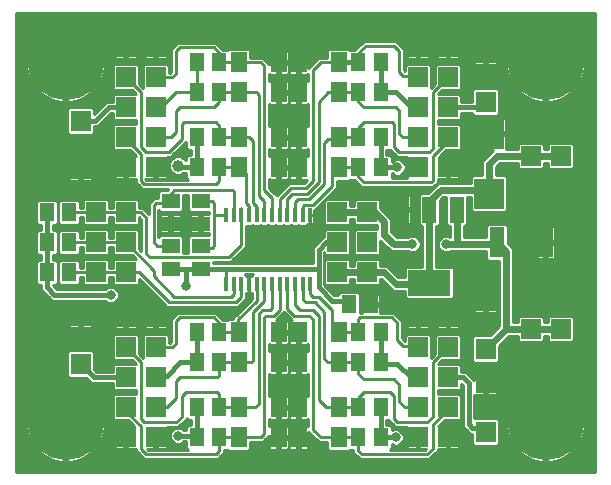
<source format=gbr>
G75*
G70*
%OFA0B0*%
%FSLAX24Y24*%
%IPPOS*%
%LPD*%
%AMOC8*
5,1,8,0,0,1.08239X$1,22.5*
%
%ADD10R,0.0118X0.0472*%
%ADD11R,0.0650X0.0650*%
%ADD12R,0.0512X0.0591*%
%ADD13R,0.0591X0.0512*%
%ADD14R,0.0669X0.0709*%
%ADD15C,0.2540*%
%ADD16R,0.0551X0.0709*%
%ADD17R,0.0480X0.0880*%
%ADD18R,0.1417X0.0866*%
%ADD19R,0.0984X0.1004*%
%ADD20R,0.0500X0.1000*%
%ADD21C,0.0100*%
%ADD22C,0.0317*%
%ADD23C,0.0240*%
%ADD24C,0.0160*%
%ADD25C,0.0396*%
D10*
X007430Y010514D03*
X007686Y010514D03*
X007942Y010514D03*
X008198Y010514D03*
X008454Y010514D03*
X008710Y010514D03*
X008965Y010514D03*
X009221Y010514D03*
X009477Y010514D03*
X009733Y010514D03*
X009989Y010514D03*
X010245Y010514D03*
X010245Y012812D03*
X009989Y012812D03*
X009733Y012812D03*
X009477Y012812D03*
X009221Y012812D03*
X008965Y012812D03*
X008710Y012812D03*
X008454Y012812D03*
X008198Y012812D03*
X007942Y012812D03*
X007686Y012812D03*
X007430Y012812D03*
D11*
X005088Y014413D03*
X004088Y014413D03*
X004088Y015413D03*
X005088Y015413D03*
X005088Y016413D03*
X004088Y016413D03*
X004088Y017413D03*
X005088Y017413D03*
X005088Y018413D03*
X004088Y018413D03*
X004088Y012913D03*
X003088Y012913D03*
X003088Y011913D03*
X004088Y011913D03*
X004088Y010913D03*
X003088Y010913D03*
X004088Y009413D03*
X005088Y009413D03*
X005088Y008413D03*
X004088Y008413D03*
X004088Y007413D03*
X005088Y007413D03*
X005088Y006413D03*
X004088Y006413D03*
X004088Y005413D03*
X005088Y005413D03*
X011150Y010913D03*
X012150Y010913D03*
X012150Y011913D03*
X011150Y011913D03*
X011150Y012913D03*
X012150Y012913D03*
X013838Y014413D03*
X014838Y014413D03*
X014838Y015413D03*
X013838Y015413D03*
X013838Y016413D03*
X014838Y016413D03*
X014838Y017413D03*
X013838Y017413D03*
X013838Y018413D03*
X014838Y018413D03*
X017588Y015788D03*
X018588Y015788D03*
X018588Y014788D03*
X017588Y014788D03*
X017588Y013788D03*
X018588Y013788D03*
X018588Y010038D03*
X017588Y010038D03*
X017588Y009038D03*
X018588Y009038D03*
X018588Y008038D03*
X017588Y008038D03*
X014838Y008413D03*
X013838Y008413D03*
X013838Y009413D03*
X014838Y009413D03*
X014838Y007413D03*
X013838Y007413D03*
X013838Y006413D03*
X014838Y006413D03*
X014838Y005413D03*
X013838Y005413D03*
D12*
X012587Y005413D03*
X011838Y005413D03*
X011838Y006413D03*
X012587Y006413D03*
X012587Y007913D03*
X011838Y007913D03*
X011838Y008913D03*
X012587Y008913D03*
X012274Y009850D03*
X011526Y009850D03*
X007212Y008913D03*
X006463Y008913D03*
X006463Y007913D03*
X007212Y007913D03*
X007212Y006413D03*
X006463Y006413D03*
X006463Y005413D03*
X007212Y005413D03*
X002212Y010913D03*
X001463Y010913D03*
X001463Y011913D03*
X002212Y011913D03*
X002212Y012913D03*
X001463Y012913D03*
X006463Y014413D03*
X007212Y014413D03*
X007212Y015413D03*
X006463Y015413D03*
X006463Y016913D03*
X007212Y016913D03*
X007212Y017913D03*
X006463Y017913D03*
X011838Y017913D03*
X012587Y017913D03*
X012587Y016913D03*
X011838Y016913D03*
X011838Y015413D03*
X012587Y015413D03*
X012587Y014413D03*
X011838Y014413D03*
D13*
X006588Y013287D03*
X006588Y012539D03*
X006588Y011787D03*
X006588Y011039D03*
X005588Y011039D03*
X005588Y011787D03*
X005588Y012539D03*
X005588Y013287D03*
D14*
X002588Y014356D03*
X002588Y015970D03*
X002588Y009470D03*
X002588Y007856D03*
X016088Y008356D03*
X016088Y007220D03*
X016088Y005606D03*
X016088Y009970D03*
X016088Y016606D03*
X016088Y018220D03*
D15*
X018088Y017913D03*
X018088Y005913D03*
X002088Y005913D03*
X002088Y017913D03*
D16*
X007856Y017913D03*
X007856Y016913D03*
X009194Y016913D03*
X009856Y016913D03*
X009856Y017913D03*
X009194Y017913D03*
X011194Y017913D03*
X011194Y016913D03*
X011194Y015413D03*
X011194Y014413D03*
X009856Y014413D03*
X009194Y014413D03*
X009194Y015413D03*
X009856Y015413D03*
X007856Y015413D03*
X007856Y014413D03*
X007856Y008913D03*
X007856Y007913D03*
X009194Y007913D03*
X009856Y007913D03*
X009856Y008913D03*
X009194Y008913D03*
X011194Y008913D03*
X011194Y007913D03*
X011194Y006413D03*
X011194Y005413D03*
X009856Y005413D03*
X009194Y005413D03*
X009194Y006413D03*
X009856Y006413D03*
X007856Y006413D03*
X007856Y005413D03*
D17*
X013303Y013008D03*
X014213Y013008D03*
X015123Y013008D03*
D18*
X014213Y010568D03*
D19*
X016213Y013544D03*
X016213Y015532D03*
D20*
X016463Y011913D03*
X018088Y011913D03*
D21*
X000437Y004263D02*
X000437Y019563D01*
X019738Y019563D01*
X019738Y004263D01*
X000437Y004263D01*
X000437Y004307D02*
X019738Y004307D01*
X019738Y004405D02*
X000437Y004405D01*
X000437Y004504D02*
X019738Y004504D01*
X019738Y004602D02*
X018249Y004602D01*
X018281Y004606D02*
X018409Y004631D01*
X018533Y004669D01*
X018653Y004718D01*
X018767Y004779D01*
X018875Y004851D01*
X018975Y004934D01*
X019067Y005025D01*
X019149Y005126D01*
X019221Y005234D01*
X019282Y005348D01*
X019332Y005468D01*
X019369Y005592D01*
X019395Y005719D01*
X019407Y005848D01*
X019407Y005863D01*
X018138Y005863D01*
X018138Y005963D01*
X019407Y005963D01*
X019407Y005978D01*
X019395Y006107D01*
X019369Y006234D01*
X019332Y006358D01*
X019282Y006478D01*
X019221Y006592D01*
X019149Y006700D01*
X019067Y006801D01*
X018975Y006892D01*
X018875Y006975D01*
X018767Y007047D01*
X018653Y007108D01*
X018533Y007157D01*
X018409Y007195D01*
X018281Y007220D01*
X018152Y007233D01*
X018137Y007233D01*
X018137Y005963D01*
X018038Y005963D01*
X018038Y007233D01*
X018023Y007233D01*
X017894Y007220D01*
X017766Y007195D01*
X017642Y007157D01*
X017522Y007108D01*
X017408Y007047D01*
X017300Y006975D01*
X017200Y006892D01*
X017108Y006801D01*
X017026Y006700D01*
X016954Y006592D01*
X016893Y006478D01*
X016843Y006358D01*
X016806Y006234D01*
X016780Y006107D01*
X016768Y005978D01*
X016768Y005963D01*
X018037Y005963D01*
X018037Y005863D01*
X016768Y005863D01*
X016768Y005848D01*
X016780Y005719D01*
X016806Y005592D01*
X016843Y005468D01*
X016893Y005348D01*
X016954Y005234D01*
X017026Y005126D01*
X017108Y005025D01*
X017200Y004934D01*
X017300Y004851D01*
X017408Y004779D01*
X017522Y004718D01*
X017642Y004669D01*
X017766Y004631D01*
X017894Y004606D01*
X018023Y004593D01*
X018038Y004593D01*
X018038Y005863D01*
X018137Y005863D01*
X018137Y004593D01*
X018152Y004593D01*
X018281Y004606D01*
X018137Y004602D02*
X018038Y004602D01*
X018038Y004701D02*
X018137Y004701D01*
X018137Y004799D02*
X018038Y004799D01*
X018038Y004898D02*
X018137Y004898D01*
X018137Y004996D02*
X018038Y004996D01*
X018038Y005095D02*
X018137Y005095D01*
X018137Y005193D02*
X018038Y005193D01*
X018038Y005292D02*
X018137Y005292D01*
X018137Y005390D02*
X018038Y005390D01*
X018038Y005489D02*
X018137Y005489D01*
X018137Y005587D02*
X018038Y005587D01*
X018038Y005686D02*
X018137Y005686D01*
X018137Y005784D02*
X018038Y005784D01*
X018037Y005883D02*
X016532Y005883D01*
X016532Y005981D02*
X016768Y005981D01*
X016778Y006080D02*
X015715Y006080D01*
X015715Y006070D02*
X015715Y006833D01*
X015725Y006823D01*
X015743Y006816D01*
X016038Y006816D01*
X016038Y007170D01*
X016137Y007170D01*
X016137Y006816D01*
X016432Y006816D01*
X016450Y006823D01*
X016465Y006837D01*
X016472Y006856D01*
X016472Y007170D01*
X016138Y007170D01*
X016138Y007270D01*
X016472Y007270D01*
X016472Y007584D01*
X016465Y007603D01*
X016450Y007617D01*
X016432Y007624D01*
X016137Y007624D01*
X016137Y007270D01*
X016038Y007270D01*
X016038Y007624D01*
X015743Y007624D01*
X015725Y007617D01*
X015710Y007603D01*
X015703Y007584D01*
X015703Y007316D01*
X015604Y007415D01*
X015416Y007603D01*
X015272Y007603D01*
X015272Y007784D01*
X015208Y007848D01*
X014499Y007848D01*
X014629Y007978D01*
X015208Y007978D01*
X015272Y008042D01*
X015272Y008784D01*
X015208Y008848D01*
X014467Y008848D01*
X014403Y008784D01*
X014403Y008204D01*
X014272Y008074D01*
X014272Y008784D01*
X014208Y008848D01*
X013467Y008848D01*
X013403Y008784D01*
X013403Y008637D01*
X013310Y008729D01*
X013310Y009292D01*
X013216Y009385D01*
X013029Y009573D01*
X012580Y009573D01*
X012580Y009800D01*
X012324Y009800D01*
X012324Y009900D01*
X012580Y009900D01*
X012580Y010156D01*
X012572Y010174D01*
X012558Y010188D01*
X012540Y010196D01*
X012324Y010196D01*
X012324Y009900D01*
X012224Y009900D01*
X012224Y009800D01*
X011968Y009800D01*
X011968Y009573D01*
X011892Y009573D01*
X011892Y010191D01*
X011827Y010256D01*
X011225Y010256D01*
X011160Y010191D01*
X011160Y010165D01*
X011041Y010165D01*
X010715Y010492D01*
X010715Y011584D01*
X010715Y011584D01*
X010715Y011542D01*
X010779Y011478D01*
X011521Y011478D01*
X011585Y011542D01*
X011585Y012284D01*
X011521Y012348D01*
X010779Y012348D01*
X010715Y012284D01*
X010715Y012103D01*
X010696Y012103D01*
X010446Y011853D01*
X010335Y011742D01*
X010335Y011228D01*
X007542Y011228D01*
X007541Y011229D01*
X006993Y011229D01*
X006993Y011253D01*
X007591Y011253D01*
X007685Y011347D01*
X008102Y011764D01*
X008102Y012466D01*
X008302Y012466D01*
X008326Y012489D01*
X008349Y012466D01*
X008558Y012466D01*
X008582Y012489D01*
X008605Y012466D01*
X008814Y012466D01*
X008837Y012489D01*
X008861Y012466D01*
X009070Y012466D01*
X009093Y012489D01*
X009117Y012466D01*
X009326Y012466D01*
X009349Y012489D01*
X009373Y012466D01*
X009582Y012466D01*
X009605Y012489D01*
X009629Y012466D01*
X009838Y012466D01*
X009861Y012489D01*
X009884Y012466D01*
X010094Y012466D01*
X010158Y012530D01*
X010158Y012533D01*
X010176Y012526D01*
X010245Y012526D01*
X010314Y012526D01*
X010332Y012533D01*
X010346Y012547D01*
X010354Y012566D01*
X010354Y012812D01*
X010354Y013003D01*
X010404Y013003D01*
X011029Y013628D01*
X011122Y013722D01*
X011122Y013949D01*
X011515Y013949D01*
X011575Y014008D01*
X011704Y014008D01*
X011959Y013753D01*
X014341Y013753D01*
X014404Y013815D01*
X014497Y013909D01*
X014497Y014040D01*
X014503Y014038D01*
X014800Y014038D01*
X014800Y014375D01*
X014875Y014375D01*
X014875Y014038D01*
X015172Y014038D01*
X015191Y014046D01*
X015205Y014060D01*
X015212Y014078D01*
X015212Y014375D01*
X014875Y014375D01*
X014875Y014450D01*
X015212Y014450D01*
X015212Y014748D01*
X016097Y014748D01*
X016117Y014768D02*
X015983Y014633D01*
X015983Y014156D01*
X015675Y014156D01*
X015610Y014091D01*
X015610Y013893D01*
X014492Y013893D01*
X014358Y013758D01*
X014157Y013558D01*
X013927Y013558D01*
X013863Y013494D01*
X013863Y012522D01*
X013927Y012458D01*
X013983Y012458D01*
X013983Y011111D01*
X013458Y011111D01*
X013394Y011047D01*
X013394Y010768D01*
X013183Y010768D01*
X012808Y011143D01*
X012585Y011143D01*
X012585Y011284D01*
X012521Y011348D01*
X011779Y011348D01*
X011715Y011284D01*
X011715Y011143D01*
X011585Y011143D01*
X011585Y011284D01*
X011521Y011348D01*
X010779Y011348D01*
X010715Y011284D01*
X010715Y010542D01*
X010779Y010478D01*
X011521Y010478D01*
X011585Y010542D01*
X011585Y010683D01*
X011715Y010683D01*
X011715Y010542D01*
X011779Y010478D01*
X012521Y010478D01*
X012585Y010542D01*
X012585Y010683D01*
X012617Y010683D01*
X012858Y010443D01*
X012992Y010308D01*
X013394Y010308D01*
X013394Y010089D01*
X013458Y010025D01*
X014967Y010025D01*
X015031Y010089D01*
X015031Y011047D01*
X014967Y011111D01*
X014442Y011111D01*
X014442Y012458D01*
X014498Y012458D01*
X014562Y012522D01*
X014562Y013313D01*
X014683Y013433D01*
X014773Y013433D01*
X014773Y012522D01*
X014837Y012458D01*
X014893Y012458D01*
X014893Y012093D01*
X014828Y012119D01*
X014722Y012119D01*
X014623Y012078D01*
X014547Y012003D01*
X014506Y011904D01*
X014506Y011797D01*
X014547Y011698D01*
X014623Y011623D01*
X014722Y011582D01*
X014828Y011582D01*
X014922Y011620D01*
X016103Y011620D01*
X016103Y011367D01*
X016167Y011303D01*
X016540Y011303D01*
X016540Y009133D01*
X016227Y008820D01*
X015707Y008820D01*
X015643Y008756D01*
X015643Y007956D01*
X015707Y007892D01*
X016468Y007892D01*
X016532Y007956D01*
X016532Y008475D01*
X016865Y008808D01*
X017153Y008808D01*
X017153Y008667D01*
X017217Y008603D01*
X017958Y008603D01*
X018022Y008667D01*
X018022Y008808D01*
X018153Y008808D01*
X018153Y008667D01*
X018217Y008603D01*
X018958Y008603D01*
X019022Y008667D01*
X019022Y009409D01*
X018958Y009473D01*
X018217Y009473D01*
X018153Y009409D01*
X018153Y009268D01*
X018022Y009268D01*
X018022Y009409D01*
X017958Y009473D01*
X017217Y009473D01*
X017153Y009409D01*
X017153Y009268D01*
X017000Y009268D01*
X017000Y011701D01*
X016822Y011878D01*
X016822Y012459D01*
X016758Y012523D01*
X016167Y012523D01*
X016103Y012459D01*
X016103Y012080D01*
X015352Y012080D01*
X015352Y012458D01*
X015408Y012458D01*
X015472Y012522D01*
X015472Y013433D01*
X015610Y013433D01*
X015610Y012996D01*
X015675Y012932D01*
X016750Y012932D01*
X016815Y012996D01*
X016815Y014091D01*
X016750Y014156D01*
X016442Y014156D01*
X016442Y014443D01*
X016558Y014558D01*
X017153Y014558D01*
X017153Y014417D01*
X017217Y014353D01*
X017958Y014353D01*
X018022Y014417D01*
X018022Y014558D01*
X018153Y014558D01*
X018153Y014417D01*
X018217Y014353D01*
X018958Y014353D01*
X019022Y014417D01*
X019022Y015159D01*
X018958Y015223D01*
X018217Y015223D01*
X018153Y015159D01*
X018153Y015018D01*
X018022Y015018D01*
X018022Y015159D01*
X017958Y015223D01*
X017217Y015223D01*
X017153Y015159D01*
X017153Y015018D01*
X016754Y015018D01*
X016755Y015020D01*
X016755Y015482D01*
X016263Y015482D01*
X016263Y015582D01*
X016755Y015582D01*
X016755Y016044D01*
X016747Y016062D01*
X016733Y016076D01*
X016715Y016084D01*
X016262Y016084D01*
X016262Y015582D01*
X016163Y015582D01*
X016163Y016084D01*
X015710Y016084D01*
X015692Y016076D01*
X015678Y016062D01*
X015670Y016044D01*
X015670Y015582D01*
X016162Y015582D01*
X016162Y015482D01*
X015670Y015482D01*
X015670Y015020D01*
X015678Y015002D01*
X015692Y014988D01*
X015710Y014980D01*
X016163Y014980D01*
X016163Y015482D01*
X016262Y015482D01*
X016262Y014980D01*
X016329Y014980D01*
X016117Y014768D01*
X016196Y014847D02*
X014622Y014847D01*
X014564Y014788D02*
X014754Y014978D01*
X015208Y014978D01*
X015272Y015042D01*
X015272Y015784D01*
X015208Y015848D01*
X014497Y015848D01*
X014497Y015978D01*
X015208Y015978D01*
X015272Y016042D01*
X015272Y016223D01*
X015643Y016223D01*
X015643Y016206D01*
X015707Y016142D01*
X016468Y016142D01*
X016532Y016206D01*
X016532Y017006D01*
X016468Y017070D01*
X015707Y017070D01*
X015643Y017006D01*
X015643Y016603D01*
X015272Y016603D01*
X015272Y016784D01*
X015208Y016848D01*
X014499Y016848D01*
X014629Y016978D01*
X015208Y016978D01*
X015272Y017042D01*
X015272Y017784D01*
X015208Y017848D01*
X014467Y017848D01*
X014403Y017784D01*
X014403Y017204D01*
X014272Y017074D01*
X014272Y017784D01*
X014208Y017848D01*
X013467Y017848D01*
X013403Y017784D01*
X013403Y017637D01*
X013372Y017667D01*
X013372Y018354D01*
X013279Y018448D01*
X013091Y018635D01*
X012021Y018635D01*
X011928Y018542D01*
X011704Y018318D01*
X011575Y018318D01*
X011515Y018377D01*
X010873Y018377D01*
X010809Y018313D01*
X010809Y018073D01*
X010521Y018073D01*
X010428Y017979D01*
X010181Y017733D01*
X010181Y017863D01*
X009906Y017863D01*
X009906Y017963D01*
X010181Y017963D01*
X010181Y018277D01*
X010174Y018296D01*
X010160Y018310D01*
X010141Y018317D01*
X009906Y018317D01*
X009906Y017963D01*
X009806Y017963D01*
X009806Y018317D01*
X009570Y018317D01*
X009552Y018310D01*
X009538Y018296D01*
X009530Y018277D01*
X009530Y017963D01*
X009806Y017963D01*
X009806Y017863D01*
X009906Y017863D01*
X009906Y017509D01*
X010141Y017509D01*
X010160Y017516D01*
X010174Y017530D01*
X010178Y017540D01*
X010178Y017286D01*
X010174Y017296D01*
X010160Y017310D01*
X010141Y017317D01*
X009906Y017317D01*
X009906Y016963D01*
X009806Y016963D01*
X009806Y017317D01*
X009570Y017317D01*
X009552Y017310D01*
X009538Y017296D01*
X009530Y017277D01*
X009530Y016963D01*
X009806Y016963D01*
X009806Y016863D01*
X009906Y016863D01*
X009906Y016509D01*
X010141Y016509D01*
X010160Y016516D01*
X010174Y016530D01*
X010178Y016540D01*
X010178Y015786D01*
X010174Y015796D01*
X010160Y015810D01*
X010141Y015817D01*
X009906Y015817D01*
X009906Y015463D01*
X009806Y015463D01*
X009806Y015817D01*
X009570Y015817D01*
X009552Y015810D01*
X009538Y015796D01*
X009530Y015777D01*
X009530Y015463D01*
X009806Y015463D01*
X009806Y015363D01*
X009906Y015363D01*
X009906Y015009D01*
X010141Y015009D01*
X010160Y015016D01*
X010174Y015030D01*
X010178Y015040D01*
X010178Y014786D01*
X010174Y014796D01*
X010160Y014810D01*
X010141Y014817D01*
X009906Y014817D01*
X009906Y014463D01*
X009806Y014463D01*
X009806Y014817D01*
X009570Y014817D01*
X009552Y014810D01*
X009538Y014796D01*
X009530Y014777D01*
X009530Y014463D01*
X009806Y014463D01*
X009806Y014363D01*
X009906Y014363D01*
X009906Y014009D01*
X010141Y014009D01*
X010147Y014011D01*
X010021Y013885D01*
X009521Y013885D01*
X009428Y013792D01*
X009119Y013483D01*
X009032Y013570D01*
X009032Y013570D01*
X008872Y013729D01*
X008872Y014040D01*
X008876Y014030D01*
X008890Y014016D01*
X008909Y014009D01*
X009144Y014009D01*
X009144Y014363D01*
X009244Y014363D01*
X009244Y014009D01*
X009480Y014009D01*
X009498Y014016D01*
X009512Y014030D01*
X009520Y014049D01*
X009520Y014363D01*
X009244Y014363D01*
X009244Y014463D01*
X009144Y014463D01*
X009144Y014817D01*
X008909Y014817D01*
X008890Y014810D01*
X008876Y014796D01*
X008872Y014786D01*
X008872Y015040D01*
X008876Y015030D01*
X008890Y015016D01*
X008909Y015009D01*
X009144Y015009D01*
X009144Y015363D01*
X009244Y015363D01*
X009244Y015009D01*
X009480Y015009D01*
X009498Y015016D01*
X009512Y015030D01*
X009520Y015049D01*
X009520Y015363D01*
X009244Y015363D01*
X009244Y015463D01*
X009144Y015463D01*
X009144Y015817D01*
X008909Y015817D01*
X008890Y015810D01*
X008876Y015796D01*
X008872Y015786D01*
X008872Y016540D01*
X008876Y016530D01*
X008890Y016516D01*
X008909Y016509D01*
X009144Y016509D01*
X009144Y016863D01*
X009244Y016863D01*
X009244Y016509D01*
X009480Y016509D01*
X009498Y016516D01*
X009512Y016530D01*
X009520Y016549D01*
X009520Y016863D01*
X009244Y016863D01*
X009244Y016963D01*
X009144Y016963D01*
X009144Y017317D01*
X008909Y017317D01*
X008890Y017310D01*
X008876Y017296D01*
X008872Y017286D01*
X008872Y017540D01*
X008876Y017530D01*
X008890Y017516D01*
X008909Y017509D01*
X009144Y017509D01*
X009144Y017863D01*
X008869Y017863D01*
X008869Y017858D01*
X008779Y017948D01*
X008654Y018073D01*
X008241Y018073D01*
X008241Y018313D01*
X008177Y018377D01*
X007535Y018377D01*
X007475Y018318D01*
X007346Y018318D01*
X007185Y018479D01*
X007091Y018573D01*
X005834Y018573D01*
X005709Y018448D01*
X005615Y018354D01*
X005615Y017604D01*
X005584Y017573D01*
X005522Y017573D01*
X005522Y017784D01*
X005458Y017848D01*
X004717Y017848D01*
X004653Y017784D01*
X004653Y017074D01*
X004522Y017204D01*
X004522Y017784D01*
X004458Y017848D01*
X003717Y017848D01*
X003653Y017784D01*
X003653Y017042D01*
X003717Y016978D01*
X004296Y016978D01*
X004426Y016848D01*
X003717Y016848D01*
X003653Y016784D01*
X003653Y016603D01*
X003446Y016603D01*
X003335Y016492D01*
X003032Y016189D01*
X003032Y016370D01*
X002968Y016434D01*
X002207Y016434D01*
X002143Y016370D01*
X002143Y015570D01*
X002207Y015506D01*
X002968Y015506D01*
X003032Y015570D01*
X003032Y015780D01*
X003161Y015780D01*
X003604Y016223D01*
X003653Y016223D01*
X003653Y016042D01*
X003717Y015978D01*
X004428Y015978D01*
X004428Y015848D01*
X003717Y015848D01*
X003653Y015784D01*
X003653Y015042D01*
X003717Y014978D01*
X004234Y014978D01*
X004425Y014787D01*
X004422Y014788D01*
X004125Y014788D01*
X004125Y014450D01*
X004050Y014450D01*
X004050Y014375D01*
X004125Y014375D01*
X004125Y014038D01*
X004422Y014038D01*
X004428Y014040D01*
X004428Y013909D01*
X004521Y013815D01*
X004646Y013690D01*
X005514Y013690D01*
X005476Y013653D01*
X005247Y013653D01*
X005182Y013588D01*
X005182Y013385D01*
X005021Y013385D01*
X004959Y013323D01*
X004865Y013229D01*
X004865Y012862D01*
X004747Y012979D01*
X004654Y013073D01*
X004522Y013073D01*
X004522Y013284D01*
X004458Y013348D01*
X003717Y013348D01*
X003653Y013284D01*
X003653Y013073D01*
X003522Y013073D01*
X003522Y013284D01*
X003458Y013348D01*
X002717Y013348D01*
X002653Y013284D01*
X002653Y013073D01*
X002577Y013073D01*
X002577Y013254D01*
X002513Y013318D01*
X001910Y013318D01*
X001846Y013254D01*
X001846Y012572D01*
X001910Y012508D01*
X002513Y012508D01*
X002577Y012572D01*
X002577Y012753D01*
X002653Y012753D01*
X002653Y012542D01*
X002717Y012478D01*
X003458Y012478D01*
X003522Y012542D01*
X003522Y012753D01*
X003653Y012753D01*
X003653Y012542D01*
X003717Y012478D01*
X004458Y012478D01*
X004522Y012542D01*
X004522Y012752D01*
X004615Y012659D01*
X004615Y011612D01*
X004522Y011704D01*
X004522Y012284D01*
X004458Y012348D01*
X003717Y012348D01*
X003653Y012284D01*
X003653Y012073D01*
X003522Y012073D01*
X003522Y012284D01*
X003458Y012348D01*
X002717Y012348D01*
X002653Y012284D01*
X002653Y012073D01*
X002577Y012073D01*
X002577Y012254D01*
X002513Y012318D01*
X001910Y012318D01*
X001846Y012254D01*
X001846Y011572D01*
X001910Y011508D01*
X002513Y011508D01*
X002577Y011572D01*
X002577Y011753D01*
X002653Y011753D01*
X002653Y011542D01*
X002717Y011478D01*
X003458Y011478D01*
X003522Y011542D01*
X003522Y011753D01*
X003653Y011753D01*
X003653Y011542D01*
X003717Y011478D01*
X004296Y011478D01*
X004426Y011348D01*
X003717Y011348D01*
X003653Y011284D01*
X003653Y011073D01*
X003522Y011073D01*
X003522Y011284D01*
X003458Y011348D01*
X002717Y011348D01*
X002653Y011284D01*
X002653Y011073D01*
X002577Y011073D01*
X002577Y011254D01*
X002513Y011318D01*
X001910Y011318D01*
X001846Y011254D01*
X001846Y010572D01*
X001910Y010508D01*
X002513Y010508D01*
X002577Y010572D01*
X002577Y010753D01*
X002653Y010753D01*
X002653Y010542D01*
X002717Y010478D01*
X003458Y010478D01*
X003522Y010542D01*
X003522Y010753D01*
X003653Y010753D01*
X003653Y010542D01*
X003717Y010478D01*
X004458Y010478D01*
X004522Y010542D01*
X004522Y010689D01*
X005425Y009787D01*
X005422Y009788D01*
X005125Y009788D01*
X005125Y009450D01*
X005462Y009450D01*
X005462Y009748D01*
X005460Y009753D01*
X007841Y009753D01*
X007935Y009847D01*
X008102Y010014D01*
X008102Y010223D01*
X008111Y010232D01*
X008111Y010235D01*
X008129Y010228D01*
X008198Y010228D01*
X008267Y010228D01*
X008285Y010235D01*
X008285Y010232D01*
X008294Y010223D01*
X008294Y010033D01*
X007771Y009510D01*
X007678Y009417D01*
X007678Y009377D01*
X007535Y009377D01*
X007475Y009318D01*
X007346Y009318D01*
X007185Y009479D01*
X007091Y009573D01*
X005834Y009573D01*
X005709Y009448D01*
X005615Y009354D01*
X005615Y008604D01*
X005584Y008573D01*
X005522Y008573D01*
X005522Y008784D01*
X005458Y008848D01*
X004717Y008848D01*
X004653Y008784D01*
X004653Y008074D01*
X004522Y008204D01*
X004522Y008784D01*
X004458Y008848D01*
X003717Y008848D01*
X003653Y008784D01*
X003653Y008042D01*
X003717Y007978D01*
X004296Y007978D01*
X004426Y007848D01*
X003717Y007848D01*
X003653Y007784D01*
X003653Y007603D01*
X003109Y007603D01*
X003032Y007680D01*
X003032Y008256D01*
X002968Y008320D01*
X002207Y008320D01*
X002143Y008256D01*
X002143Y007456D01*
X002207Y007392D01*
X002783Y007392D01*
X002952Y007223D01*
X003653Y007223D01*
X003653Y007042D01*
X003717Y006978D01*
X004428Y006978D01*
X004428Y006848D01*
X003717Y006848D01*
X003653Y006784D01*
X003653Y006042D01*
X003717Y005978D01*
X004171Y005978D01*
X004361Y005788D01*
X004125Y005788D01*
X004125Y005450D01*
X004050Y005450D01*
X004050Y005375D01*
X004125Y005375D01*
X004125Y005038D01*
X004422Y005038D01*
X004428Y005040D01*
X004428Y004972D01*
X004521Y004878D01*
X004709Y004690D01*
X007154Y004690D01*
X007247Y004784D01*
X007372Y004908D01*
X007372Y005008D01*
X007475Y005008D01*
X007535Y004949D01*
X008177Y004949D01*
X008241Y005013D01*
X008241Y005253D01*
X008654Y005253D01*
X008747Y005347D01*
X008869Y005468D01*
X008869Y005463D01*
X009144Y005463D01*
X009144Y005363D01*
X008869Y005363D01*
X008869Y005049D01*
X008876Y005030D01*
X008890Y005016D01*
X008909Y005009D01*
X009144Y005009D01*
X009144Y005363D01*
X009244Y005363D01*
X009244Y005009D01*
X009480Y005009D01*
X009498Y005016D01*
X009512Y005030D01*
X009520Y005049D01*
X009520Y005363D01*
X009244Y005363D01*
X009244Y005463D01*
X009144Y005463D01*
X009144Y005817D01*
X008909Y005817D01*
X008890Y005810D01*
X008876Y005796D01*
X008872Y005786D01*
X008872Y006040D01*
X008876Y006030D01*
X008890Y006016D01*
X008909Y006009D01*
X009144Y006009D01*
X009144Y006363D01*
X009244Y006363D01*
X009244Y006009D01*
X009480Y006009D01*
X009498Y006016D01*
X009512Y006030D01*
X009520Y006049D01*
X009520Y006363D01*
X009244Y006363D01*
X009244Y006463D01*
X009144Y006463D01*
X009144Y006817D01*
X008909Y006817D01*
X008890Y006810D01*
X008876Y006796D01*
X008872Y006786D01*
X008872Y007540D01*
X008876Y007530D01*
X008890Y007516D01*
X008909Y007509D01*
X009144Y007509D01*
X009144Y007863D01*
X009244Y007863D01*
X009244Y007509D01*
X009480Y007509D01*
X009498Y007516D01*
X009512Y007530D01*
X009520Y007549D01*
X009520Y007863D01*
X009244Y007863D01*
X009244Y007963D01*
X009144Y007963D01*
X009144Y008317D01*
X008909Y008317D01*
X008890Y008310D01*
X008876Y008296D01*
X008872Y008286D01*
X008872Y008540D01*
X008876Y008530D01*
X008890Y008516D01*
X008909Y008509D01*
X009144Y008509D01*
X009144Y008863D01*
X009244Y008863D01*
X009244Y008509D01*
X009480Y008509D01*
X009498Y008516D01*
X009512Y008530D01*
X009520Y008549D01*
X009520Y008863D01*
X009244Y008863D01*
X009244Y008963D01*
X009144Y008963D01*
X009144Y009317D01*
X009093Y009317D01*
X009185Y009409D01*
X009369Y009593D01*
X009553Y009409D01*
X009644Y009317D01*
X009570Y009317D01*
X009552Y009310D01*
X009538Y009296D01*
X009530Y009277D01*
X009530Y008963D01*
X009806Y008963D01*
X009806Y008863D01*
X009906Y008863D01*
X009906Y008509D01*
X010141Y008509D01*
X010160Y008516D01*
X010174Y008530D01*
X010178Y008540D01*
X010178Y008286D01*
X010174Y008296D01*
X010160Y008310D01*
X010141Y008317D01*
X009906Y008317D01*
X009906Y007963D01*
X009806Y007963D01*
X009806Y008317D01*
X009570Y008317D01*
X009552Y008310D01*
X009538Y008296D01*
X009530Y008277D01*
X009530Y007963D01*
X009806Y007963D01*
X009806Y007863D01*
X009906Y007863D01*
X009906Y007509D01*
X010141Y007509D01*
X010160Y007516D01*
X010174Y007530D01*
X010178Y007540D01*
X010178Y006786D01*
X010174Y006796D01*
X010160Y006810D01*
X010141Y006817D01*
X009906Y006817D01*
X009906Y006463D01*
X009806Y006463D01*
X009806Y006817D01*
X009570Y006817D01*
X009552Y006810D01*
X009538Y006796D01*
X009530Y006777D01*
X009530Y006463D01*
X009806Y006463D01*
X009806Y006363D01*
X009906Y006363D01*
X009906Y006009D01*
X010141Y006009D01*
X010160Y006016D01*
X010174Y006030D01*
X010178Y006040D01*
X010178Y005786D01*
X010174Y005796D01*
X010160Y005810D01*
X010141Y005817D01*
X009906Y005817D01*
X009906Y005463D01*
X010181Y005463D01*
X010181Y005593D01*
X010428Y005347D01*
X010521Y005253D01*
X010809Y005253D01*
X010809Y005013D01*
X010873Y004949D01*
X011515Y004949D01*
X011574Y005008D01*
X011678Y005008D01*
X011678Y004908D01*
X011803Y004784D01*
X011896Y004690D01*
X014216Y004690D01*
X014404Y004878D01*
X014497Y004972D01*
X014497Y005040D01*
X014503Y005038D01*
X014800Y005038D01*
X014800Y005375D01*
X014875Y005375D01*
X014875Y005038D01*
X015172Y005038D01*
X015191Y005046D01*
X015205Y005060D01*
X015212Y005078D01*
X015212Y005375D01*
X014875Y005375D01*
X014875Y005450D01*
X015212Y005450D01*
X015212Y005748D01*
X015205Y005766D01*
X015191Y005780D01*
X015172Y005788D01*
X014875Y005788D01*
X014875Y005450D01*
X014800Y005450D01*
X014800Y005788D01*
X014503Y005788D01*
X014500Y005787D01*
X014654Y005940D01*
X014691Y005978D01*
X015208Y005978D01*
X015272Y006042D01*
X015272Y006784D01*
X015208Y006848D01*
X014497Y006848D01*
X014497Y006978D01*
X015208Y006978D01*
X015272Y007042D01*
X015272Y007209D01*
X015335Y007147D01*
X015335Y005772D01*
X015460Y005647D01*
X015571Y005535D01*
X015643Y005535D01*
X015643Y005206D01*
X015707Y005142D01*
X016468Y005142D01*
X016532Y005206D01*
X016532Y006006D01*
X016468Y006070D01*
X015715Y006070D01*
X015715Y006178D02*
X016794Y006178D01*
X016819Y006277D02*
X015715Y006277D01*
X015715Y006375D02*
X016850Y006375D01*
X016891Y006474D02*
X015715Y006474D01*
X015715Y006572D02*
X016943Y006572D01*
X017006Y006671D02*
X015715Y006671D01*
X015715Y006769D02*
X017083Y006769D01*
X017176Y006868D02*
X016472Y006868D01*
X016472Y006966D02*
X017290Y006966D01*
X017443Y007065D02*
X016472Y007065D01*
X016472Y007164D02*
X017663Y007164D01*
X018038Y007164D02*
X018137Y007164D01*
X018137Y007065D02*
X018038Y007065D01*
X018038Y006966D02*
X018137Y006966D01*
X018137Y006868D02*
X018038Y006868D01*
X018038Y006769D02*
X018137Y006769D01*
X018137Y006671D02*
X018038Y006671D01*
X018038Y006572D02*
X018137Y006572D01*
X018137Y006474D02*
X018038Y006474D01*
X018038Y006375D02*
X018137Y006375D01*
X018137Y006277D02*
X018038Y006277D01*
X018038Y006178D02*
X018137Y006178D01*
X018137Y006080D02*
X018038Y006080D01*
X018038Y005981D02*
X018137Y005981D01*
X018138Y005883D02*
X019738Y005883D01*
X019738Y005981D02*
X019407Y005981D01*
X019397Y006080D02*
X019738Y006080D01*
X019738Y006178D02*
X019381Y006178D01*
X019356Y006277D02*
X019738Y006277D01*
X019738Y006375D02*
X019325Y006375D01*
X019284Y006474D02*
X019738Y006474D01*
X019738Y006572D02*
X019232Y006572D01*
X019169Y006671D02*
X019738Y006671D01*
X019738Y006769D02*
X019092Y006769D01*
X018999Y006868D02*
X019738Y006868D01*
X019738Y006966D02*
X018885Y006966D01*
X018732Y007065D02*
X019738Y007065D01*
X019738Y007164D02*
X018512Y007164D01*
X018550Y007663D02*
X018253Y007663D01*
X018234Y007671D01*
X018220Y007685D01*
X018213Y007703D01*
X018213Y008000D01*
X018550Y008000D01*
X018625Y008000D01*
X018625Y007663D01*
X018922Y007663D01*
X018941Y007671D01*
X018955Y007685D01*
X018962Y007703D01*
X018962Y008000D01*
X018625Y008000D01*
X018625Y008075D01*
X018962Y008075D01*
X018962Y008373D01*
X018955Y008391D01*
X018941Y008405D01*
X018922Y008413D01*
X018625Y008413D01*
X018625Y008075D01*
X018550Y008075D01*
X018550Y008000D01*
X018550Y007663D01*
X018550Y007755D02*
X018625Y007755D01*
X018625Y007853D02*
X018550Y007853D01*
X018550Y007952D02*
X018625Y007952D01*
X018625Y008050D02*
X019738Y008050D01*
X019738Y007952D02*
X018962Y007952D01*
X018962Y007853D02*
X019738Y007853D01*
X019738Y007755D02*
X018962Y007755D01*
X018962Y008149D02*
X019738Y008149D01*
X019738Y008247D02*
X018962Y008247D01*
X018962Y008346D02*
X019738Y008346D01*
X019738Y008444D02*
X016532Y008444D01*
X016532Y008346D02*
X017213Y008346D01*
X017213Y008373D02*
X017213Y008075D01*
X017550Y008075D01*
X017550Y008000D01*
X017625Y008000D01*
X017625Y007663D01*
X017922Y007663D01*
X017941Y007671D01*
X017955Y007685D01*
X017962Y007703D01*
X017962Y008000D01*
X017625Y008000D01*
X017625Y008075D01*
X017962Y008075D01*
X017962Y008373D01*
X017955Y008391D01*
X017941Y008405D01*
X017922Y008413D01*
X017625Y008413D01*
X017625Y008075D01*
X017550Y008075D01*
X017550Y008413D01*
X017253Y008413D01*
X017234Y008405D01*
X017220Y008391D01*
X017213Y008373D01*
X017213Y008247D02*
X016532Y008247D01*
X016532Y008149D02*
X017213Y008149D01*
X017213Y008000D02*
X017213Y007703D01*
X017220Y007685D01*
X017234Y007671D01*
X017253Y007663D01*
X017550Y007663D01*
X017550Y008000D01*
X017213Y008000D01*
X017213Y007952D02*
X016528Y007952D01*
X016532Y008050D02*
X017550Y008050D01*
X017625Y008050D02*
X018550Y008050D01*
X018550Y008075D02*
X018213Y008075D01*
X018213Y008373D01*
X018220Y008391D01*
X018234Y008405D01*
X018253Y008413D01*
X018550Y008413D01*
X018550Y008075D01*
X018550Y008149D02*
X018625Y008149D01*
X018625Y008247D02*
X018550Y008247D01*
X018550Y008346D02*
X018625Y008346D01*
X018213Y008346D02*
X017962Y008346D01*
X017962Y008247D02*
X018213Y008247D01*
X018213Y008149D02*
X017962Y008149D01*
X017962Y007952D02*
X018213Y007952D01*
X018213Y007853D02*
X017962Y007853D01*
X017962Y007755D02*
X018213Y007755D01*
X017625Y007755D02*
X017550Y007755D01*
X017550Y007853D02*
X017625Y007853D01*
X017625Y007952D02*
X017550Y007952D01*
X017550Y008149D02*
X017625Y008149D01*
X017625Y008247D02*
X017550Y008247D01*
X017550Y008346D02*
X017625Y008346D01*
X017996Y008641D02*
X018179Y008641D01*
X018153Y008740D02*
X018022Y008740D01*
X018022Y009331D02*
X018153Y009331D01*
X018173Y009429D02*
X018002Y009429D01*
X017922Y009663D02*
X017941Y009671D01*
X017955Y009685D01*
X017962Y009703D01*
X017962Y010000D01*
X017625Y010000D01*
X017625Y009663D01*
X017922Y009663D01*
X017962Y009725D02*
X018213Y009725D01*
X018213Y009703D02*
X018220Y009685D01*
X018234Y009671D01*
X018253Y009663D01*
X018550Y009663D01*
X018550Y010000D01*
X018625Y010000D01*
X018625Y009663D01*
X018922Y009663D01*
X018941Y009671D01*
X018955Y009685D01*
X018962Y009703D01*
X018962Y010000D01*
X018625Y010000D01*
X018625Y010075D01*
X018962Y010075D01*
X018962Y010373D01*
X018955Y010391D01*
X018941Y010405D01*
X018922Y010413D01*
X018625Y010413D01*
X018625Y010075D01*
X018550Y010075D01*
X018550Y010000D01*
X018213Y010000D01*
X018213Y009703D01*
X018213Y009823D02*
X017962Y009823D01*
X017962Y009922D02*
X018213Y009922D01*
X018213Y010075D02*
X018550Y010075D01*
X018550Y010413D01*
X018253Y010413D01*
X018234Y010405D01*
X018220Y010391D01*
X018213Y010373D01*
X018213Y010075D01*
X018213Y010119D02*
X017962Y010119D01*
X017962Y010075D02*
X017962Y010373D01*
X017955Y010391D01*
X017941Y010405D01*
X017922Y010413D01*
X017625Y010413D01*
X017625Y010075D01*
X017962Y010075D01*
X017962Y010217D02*
X018213Y010217D01*
X018213Y010316D02*
X017962Y010316D01*
X017625Y010316D02*
X017550Y010316D01*
X017550Y010413D02*
X017253Y010413D01*
X017234Y010405D01*
X017220Y010391D01*
X017213Y010373D01*
X017213Y010075D01*
X017550Y010075D01*
X017550Y010000D01*
X017625Y010000D01*
X017625Y010075D01*
X017550Y010075D01*
X017550Y010413D01*
X017550Y010217D02*
X017625Y010217D01*
X017625Y010119D02*
X017550Y010119D01*
X017550Y010020D02*
X017000Y010020D01*
X017000Y009922D02*
X017213Y009922D01*
X017213Y010000D02*
X017213Y009703D01*
X017220Y009685D01*
X017234Y009671D01*
X017253Y009663D01*
X017550Y009663D01*
X017550Y010000D01*
X017213Y010000D01*
X017213Y010119D02*
X017000Y010119D01*
X017000Y010217D02*
X017213Y010217D01*
X017213Y010316D02*
X017000Y010316D01*
X017000Y010414D02*
X019738Y010414D01*
X019738Y010316D02*
X018962Y010316D01*
X018962Y010217D02*
X019738Y010217D01*
X019738Y010119D02*
X018962Y010119D01*
X018962Y009922D02*
X019738Y009922D01*
X019738Y010020D02*
X018625Y010020D01*
X018550Y010020D02*
X017625Y010020D01*
X017625Y009922D02*
X017550Y009922D01*
X017550Y009823D02*
X017625Y009823D01*
X017625Y009725D02*
X017550Y009725D01*
X017213Y009725D02*
X017000Y009725D01*
X017000Y009823D02*
X017213Y009823D01*
X017000Y009626D02*
X019738Y009626D01*
X019738Y009528D02*
X017000Y009528D01*
X017000Y009429D02*
X017173Y009429D01*
X017153Y009331D02*
X017000Y009331D01*
X016540Y009331D02*
X015212Y009331D01*
X015212Y009375D02*
X014875Y009375D01*
X014875Y009038D01*
X015172Y009038D01*
X015191Y009046D01*
X015205Y009060D01*
X015212Y009078D01*
X015212Y009375D01*
X015212Y009450D02*
X015212Y009748D01*
X015205Y009766D01*
X015191Y009780D01*
X015172Y009788D01*
X014875Y009788D01*
X014875Y009450D01*
X015212Y009450D01*
X015212Y009528D02*
X016540Y009528D01*
X016465Y009587D02*
X016472Y009606D01*
X016472Y009920D01*
X016138Y009920D01*
X016138Y010020D01*
X016540Y010020D01*
X016472Y010020D02*
X016472Y010334D01*
X016465Y010353D01*
X016450Y010367D01*
X016432Y010374D01*
X016137Y010374D01*
X016137Y010020D01*
X016038Y010020D01*
X016037Y010020D02*
X012580Y010020D01*
X012580Y009922D02*
X016037Y009922D01*
X016037Y009920D02*
X015703Y009920D01*
X015703Y009606D01*
X015710Y009587D01*
X015725Y009573D01*
X015743Y009566D01*
X016038Y009566D01*
X016038Y009920D01*
X016137Y009920D01*
X016137Y009566D01*
X016432Y009566D01*
X016450Y009573D01*
X016465Y009587D01*
X016472Y009626D02*
X016540Y009626D01*
X016540Y009725D02*
X016472Y009725D01*
X016472Y009823D02*
X016540Y009823D01*
X016540Y009922D02*
X016138Y009922D01*
X016138Y010020D02*
X016472Y010020D01*
X016472Y010119D02*
X016540Y010119D01*
X016540Y010217D02*
X016472Y010217D01*
X016472Y010316D02*
X016540Y010316D01*
X016540Y010414D02*
X015031Y010414D01*
X015031Y010316D02*
X015703Y010316D01*
X015703Y010334D02*
X015703Y010020D01*
X016037Y010020D01*
X016037Y009920D01*
X016038Y009823D02*
X016137Y009823D01*
X016137Y009725D02*
X016038Y009725D01*
X016038Y009626D02*
X016137Y009626D01*
X015703Y009626D02*
X015212Y009626D01*
X015212Y009725D02*
X015703Y009725D01*
X015703Y009823D02*
X012324Y009823D01*
X012324Y009922D02*
X012224Y009922D01*
X012224Y009900D02*
X012224Y010196D01*
X012008Y010196D01*
X011990Y010188D01*
X011976Y010174D01*
X011968Y010156D01*
X011968Y009900D01*
X012224Y009900D01*
X012224Y009823D02*
X011892Y009823D01*
X011892Y009725D02*
X011968Y009725D01*
X011968Y009626D02*
X011892Y009626D01*
X011900Y009413D02*
X012963Y009413D01*
X013150Y009225D01*
X013150Y008663D01*
X013338Y008475D01*
X013775Y008475D01*
X013838Y008413D01*
X014272Y008444D02*
X014403Y008444D01*
X014403Y008346D02*
X014272Y008346D01*
X014272Y008247D02*
X014403Y008247D01*
X014347Y008149D02*
X014272Y008149D01*
X014338Y007913D02*
X014338Y006100D01*
X014150Y005913D01*
X013150Y005913D01*
X013025Y006038D01*
X013025Y006788D01*
X012900Y006913D01*
X012025Y006913D01*
X011838Y006726D01*
X011838Y006413D01*
X011194Y006413D01*
X010775Y006413D01*
X010525Y006663D01*
X010525Y009475D01*
X010338Y009663D01*
X009900Y009663D01*
X009733Y009830D01*
X009733Y010514D01*
X009477Y010514D02*
X009477Y009711D01*
X009713Y009475D01*
X010213Y009475D01*
X010338Y009350D01*
X010338Y005663D01*
X010588Y005413D01*
X011088Y005413D01*
X011150Y005350D01*
X011213Y005413D01*
X011275Y005350D01*
X011213Y005413D02*
X011194Y005413D01*
X011150Y005413D01*
X011213Y005413D02*
X011838Y005413D01*
X011838Y004975D01*
X011963Y004850D01*
X014150Y004850D01*
X014338Y005038D01*
X014338Y005850D01*
X014588Y006100D01*
X014588Y006163D01*
X014838Y006413D01*
X015272Y006375D02*
X015335Y006375D01*
X015335Y006277D02*
X015272Y006277D01*
X015272Y006178D02*
X015335Y006178D01*
X015335Y006080D02*
X015272Y006080D01*
X015212Y005981D02*
X015335Y005981D01*
X015335Y005883D02*
X014596Y005883D01*
X014800Y005784D02*
X014875Y005784D01*
X014875Y005686D02*
X014800Y005686D01*
X014800Y005587D02*
X014875Y005587D01*
X014875Y005489D02*
X014800Y005489D01*
X014875Y005390D02*
X015643Y005390D01*
X015643Y005292D02*
X015212Y005292D01*
X015212Y005193D02*
X015655Y005193D01*
X015212Y005095D02*
X017051Y005095D01*
X016981Y005193D02*
X016520Y005193D01*
X016532Y005292D02*
X016923Y005292D01*
X016875Y005390D02*
X016532Y005390D01*
X016532Y005489D02*
X016837Y005489D01*
X016807Y005587D02*
X016532Y005587D01*
X016532Y005686D02*
X016787Y005686D01*
X016774Y005784D02*
X016532Y005784D01*
X015643Y005489D02*
X015212Y005489D01*
X015212Y005587D02*
X015519Y005587D01*
X015421Y005686D02*
X015212Y005686D01*
X015181Y005784D02*
X015335Y005784D01*
X014875Y005292D02*
X014800Y005292D01*
X014800Y005193D02*
X014875Y005193D01*
X014875Y005095D02*
X014800Y005095D01*
X014497Y004996D02*
X017137Y004996D01*
X017244Y004898D02*
X014424Y004898D01*
X014325Y004799D02*
X017378Y004799D01*
X017564Y004701D02*
X014227Y004701D01*
X014084Y005010D02*
X012891Y005010D01*
X012952Y005072D01*
X012952Y005178D01*
X013034Y005144D01*
X013141Y005144D01*
X013240Y005185D01*
X013315Y005261D01*
X013356Y005360D01*
X013356Y005466D01*
X013315Y005565D01*
X013240Y005641D01*
X013141Y005682D01*
X013034Y005682D01*
X012952Y005648D01*
X012952Y005754D01*
X012888Y005818D01*
X012777Y005818D01*
X012777Y006008D01*
X012865Y006008D01*
X012865Y005972D01*
X012990Y005847D01*
X013084Y005753D01*
X013465Y005753D01*
X013463Y005748D01*
X013463Y005450D01*
X013800Y005450D01*
X013800Y005375D01*
X013875Y005375D01*
X013875Y005038D01*
X014111Y005038D01*
X014084Y005010D01*
X013875Y005095D02*
X013800Y005095D01*
X013800Y005038D02*
X013800Y005375D01*
X013463Y005375D01*
X013463Y005078D01*
X013470Y005060D01*
X013484Y005046D01*
X013503Y005038D01*
X013800Y005038D01*
X013800Y005193D02*
X013875Y005193D01*
X013875Y005292D02*
X013800Y005292D01*
X013800Y005390D02*
X013356Y005390D01*
X013347Y005489D02*
X013463Y005489D01*
X013463Y005587D02*
X013293Y005587D01*
X013463Y005686D02*
X012952Y005686D01*
X012922Y005784D02*
X013052Y005784D01*
X012954Y005883D02*
X012777Y005883D01*
X012777Y005981D02*
X012865Y005981D01*
X013400Y006413D02*
X013213Y006600D01*
X013213Y007163D01*
X013025Y007350D01*
X012025Y007350D01*
X011838Y007537D01*
X011838Y007913D01*
X011194Y007913D01*
X010838Y007913D01*
X010713Y008038D01*
X010713Y009600D01*
X010400Y009913D01*
X010088Y009913D01*
X009989Y010011D01*
X009989Y010514D01*
X010245Y010514D02*
X010245Y010193D01*
X010338Y010100D01*
X010525Y010100D01*
X010963Y009663D01*
X010963Y009145D01*
X011194Y008913D01*
X011838Y008913D01*
X011838Y009351D01*
X011900Y009413D01*
X011892Y009922D02*
X011968Y009922D01*
X011968Y010020D02*
X011892Y010020D01*
X011892Y010119D02*
X011968Y010119D01*
X011866Y010217D02*
X013394Y010217D01*
X013394Y010119D02*
X012580Y010119D01*
X012324Y010119D02*
X012224Y010119D01*
X012224Y010020D02*
X012324Y010020D01*
X012580Y009725D02*
X013463Y009725D01*
X013463Y009748D02*
X013463Y009450D01*
X013800Y009450D01*
X013800Y009375D01*
X013875Y009375D01*
X013875Y009038D01*
X014172Y009038D01*
X014191Y009046D01*
X014205Y009060D01*
X014212Y009078D01*
X014212Y009375D01*
X013875Y009375D01*
X013875Y009450D01*
X014212Y009450D01*
X014212Y009748D01*
X014205Y009766D01*
X014191Y009780D01*
X014172Y009788D01*
X013875Y009788D01*
X013875Y009450D01*
X013800Y009450D01*
X013800Y009788D01*
X013503Y009788D01*
X013484Y009780D01*
X013470Y009766D01*
X013463Y009748D01*
X013463Y009626D02*
X012580Y009626D01*
X013074Y009528D02*
X013463Y009528D01*
X013463Y009375D02*
X013463Y009078D01*
X013470Y009060D01*
X013484Y009046D01*
X013503Y009038D01*
X013800Y009038D01*
X013800Y009375D01*
X013463Y009375D01*
X013463Y009331D02*
X013271Y009331D01*
X013310Y009232D02*
X013463Y009232D01*
X013463Y009134D02*
X013310Y009134D01*
X013310Y009035D02*
X016441Y009035D01*
X016343Y008937D02*
X013310Y008937D01*
X013310Y008838D02*
X013457Y008838D01*
X013403Y008740D02*
X013310Y008740D01*
X013398Y008641D02*
X013403Y008641D01*
X013800Y009134D02*
X013875Y009134D01*
X013875Y009232D02*
X013800Y009232D01*
X013800Y009331D02*
X013875Y009331D01*
X013875Y009429D02*
X014800Y009429D01*
X014800Y009450D02*
X014800Y009375D01*
X014875Y009375D01*
X014875Y009450D01*
X014800Y009450D01*
X014463Y009450D01*
X014463Y009748D01*
X014470Y009766D01*
X014484Y009780D01*
X014503Y009788D01*
X014800Y009788D01*
X014800Y009450D01*
X014800Y009375D02*
X014463Y009375D01*
X014463Y009078D01*
X014470Y009060D01*
X014484Y009046D01*
X014503Y009038D01*
X014800Y009038D01*
X014800Y009375D01*
X014800Y009331D02*
X014875Y009331D01*
X014875Y009429D02*
X016540Y009429D01*
X016540Y009232D02*
X015212Y009232D01*
X015212Y009134D02*
X016540Y009134D01*
X016244Y008838D02*
X015218Y008838D01*
X015272Y008740D02*
X015643Y008740D01*
X015643Y008641D02*
X015272Y008641D01*
X015272Y008543D02*
X015643Y008543D01*
X015643Y008444D02*
X015272Y008444D01*
X015272Y008346D02*
X015643Y008346D01*
X015643Y008247D02*
X015272Y008247D01*
X015272Y008149D02*
X015643Y008149D01*
X015643Y008050D02*
X015272Y008050D01*
X015647Y007952D02*
X014602Y007952D01*
X014504Y007853D02*
X017213Y007853D01*
X017213Y007755D02*
X015272Y007755D01*
X015272Y007656D02*
X019738Y007656D01*
X019738Y007558D02*
X016472Y007558D01*
X016472Y007459D02*
X019738Y007459D01*
X019738Y007361D02*
X016472Y007361D01*
X016137Y007361D02*
X016038Y007361D01*
X016038Y007459D02*
X016137Y007459D01*
X016137Y007558D02*
X016038Y007558D01*
X016138Y007262D02*
X019738Y007262D01*
X019738Y008543D02*
X016599Y008543D01*
X016698Y008641D02*
X017179Y008641D01*
X017153Y008740D02*
X016796Y008740D01*
X015703Y007558D02*
X015462Y007558D01*
X015560Y007459D02*
X015703Y007459D01*
X015703Y007361D02*
X015659Y007361D01*
X015318Y007164D02*
X015272Y007164D01*
X015272Y007065D02*
X015335Y007065D01*
X015335Y006966D02*
X014497Y006966D01*
X014497Y006868D02*
X015335Y006868D01*
X015335Y006769D02*
X015272Y006769D01*
X015272Y006671D02*
X015335Y006671D01*
X015335Y006572D02*
X015272Y006572D01*
X015272Y006474D02*
X015335Y006474D01*
X016038Y006868D02*
X016137Y006868D01*
X016137Y006966D02*
X016038Y006966D01*
X016038Y007065D02*
X016137Y007065D01*
X016137Y007164D02*
X016038Y007164D01*
X014838Y008413D02*
X014338Y007913D01*
X014272Y008543D02*
X014403Y008543D01*
X014403Y008641D02*
X014272Y008641D01*
X014272Y008740D02*
X014403Y008740D01*
X014457Y008838D02*
X014218Y008838D01*
X014212Y009134D02*
X014463Y009134D01*
X014463Y009232D02*
X014212Y009232D01*
X014212Y009331D02*
X014463Y009331D01*
X014463Y009528D02*
X014212Y009528D01*
X014212Y009626D02*
X014463Y009626D01*
X014463Y009725D02*
X014212Y009725D01*
X013875Y009725D02*
X013800Y009725D01*
X013800Y009626D02*
X013875Y009626D01*
X013875Y009528D02*
X013800Y009528D01*
X013800Y009429D02*
X013173Y009429D01*
X012985Y010316D02*
X010891Y010316D01*
X010793Y010414D02*
X012886Y010414D01*
X012788Y010513D02*
X012555Y010513D01*
X012585Y010611D02*
X012689Y010611D01*
X013044Y010907D02*
X013394Y010907D01*
X013394Y011005D02*
X012946Y011005D01*
X012847Y011104D02*
X013451Y011104D01*
X013394Y010808D02*
X013143Y010808D01*
X012585Y011202D02*
X013983Y011202D01*
X013983Y011301D02*
X012568Y011301D01*
X012521Y011478D02*
X012585Y011542D01*
X012585Y011965D01*
X012795Y011755D01*
X012930Y011620D01*
X013503Y011620D01*
X013597Y011582D01*
X013703Y011582D01*
X013802Y011623D01*
X013878Y011698D01*
X013919Y011797D01*
X013919Y011904D01*
X013878Y012003D01*
X013802Y012078D01*
X013703Y012119D01*
X013597Y012119D01*
X013503Y012080D01*
X013120Y012080D01*
X012942Y012258D01*
X012942Y012696D01*
X012808Y012830D01*
X012585Y013053D01*
X012585Y013284D01*
X012521Y013348D01*
X011779Y013348D01*
X011715Y013284D01*
X011715Y013143D01*
X011585Y013143D01*
X011585Y013284D01*
X011521Y013348D01*
X010779Y013348D01*
X010715Y013284D01*
X010715Y012542D01*
X010779Y012478D01*
X011521Y012478D01*
X011585Y012542D01*
X011585Y012683D01*
X011715Y012683D01*
X011715Y012542D01*
X011779Y012478D01*
X012483Y012478D01*
X012483Y012348D01*
X011779Y012348D01*
X011715Y012284D01*
X011715Y011542D01*
X011779Y011478D01*
X012521Y011478D01*
X012540Y011498D02*
X013983Y011498D01*
X013983Y011596D02*
X013738Y011596D01*
X013874Y011695D02*
X013983Y011695D01*
X013983Y011793D02*
X013917Y011793D01*
X013919Y011892D02*
X013983Y011892D01*
X013983Y011990D02*
X013883Y011990D01*
X013983Y012089D02*
X013778Y012089D01*
X013983Y012187D02*
X013014Y012187D01*
X012942Y012286D02*
X013983Y012286D01*
X013983Y012384D02*
X012942Y012384D01*
X012942Y012483D02*
X013902Y012483D01*
X013863Y012581D02*
X013592Y012581D01*
X013592Y012558D02*
X013592Y012958D01*
X013353Y012958D01*
X013353Y013058D01*
X013592Y013058D01*
X013592Y013458D01*
X013585Y013476D01*
X013571Y013490D01*
X013552Y013498D01*
X013352Y013498D01*
X013352Y013058D01*
X013253Y013058D01*
X013253Y013498D01*
X013053Y013498D01*
X013034Y013490D01*
X013020Y013476D01*
X013013Y013458D01*
X013013Y013058D01*
X013252Y013058D01*
X013252Y012958D01*
X013013Y012958D01*
X013013Y012558D01*
X013020Y012540D01*
X013034Y012526D01*
X013053Y012518D01*
X013253Y012518D01*
X013253Y012958D01*
X013352Y012958D01*
X013352Y012518D01*
X013552Y012518D01*
X013571Y012526D01*
X013585Y012540D01*
X013592Y012558D01*
X013592Y012680D02*
X013863Y012680D01*
X013863Y012778D02*
X013592Y012778D01*
X013592Y012877D02*
X013863Y012877D01*
X013863Y012975D02*
X013353Y012975D01*
X013352Y012877D02*
X013253Y012877D01*
X013252Y012975D02*
X012663Y012975D01*
X012585Y013074D02*
X013013Y013074D01*
X013013Y013172D02*
X012585Y013172D01*
X012585Y013271D02*
X013013Y013271D01*
X013013Y013369D02*
X010770Y013369D01*
X010715Y013271D02*
X010671Y013271D01*
X010715Y013172D02*
X010573Y013172D01*
X010474Y013074D02*
X010715Y013074D01*
X010715Y012975D02*
X010354Y012975D01*
X010354Y012877D02*
X010715Y012877D01*
X010715Y012778D02*
X010354Y012778D01*
X010354Y012812D02*
X010245Y012812D01*
X010354Y012812D01*
X010245Y012812D02*
X010245Y012812D01*
X010245Y012526D01*
X010245Y012812D01*
X010245Y012812D01*
X010245Y012778D02*
X010245Y012778D01*
X010245Y012680D02*
X010245Y012680D01*
X010245Y012581D02*
X010245Y012581D01*
X010354Y012581D02*
X010715Y012581D01*
X010715Y012680D02*
X010354Y012680D01*
X010111Y012483D02*
X010775Y012483D01*
X010717Y012286D02*
X008102Y012286D01*
X008102Y012384D02*
X012483Y012384D01*
X012942Y012581D02*
X013013Y012581D01*
X013013Y012680D02*
X012942Y012680D01*
X013013Y012778D02*
X012860Y012778D01*
X012762Y012877D02*
X013013Y012877D01*
X013253Y012778D02*
X013352Y012778D01*
X013352Y012680D02*
X013253Y012680D01*
X013253Y012581D02*
X013352Y012581D01*
X013522Y012089D02*
X013112Y012089D01*
X012757Y011793D02*
X012585Y011793D01*
X012585Y011695D02*
X012856Y011695D01*
X012659Y011892D02*
X012585Y011892D01*
X012585Y011596D02*
X013562Y011596D01*
X013983Y011399D02*
X010715Y011399D01*
X010715Y011301D02*
X010732Y011301D01*
X010715Y011202D02*
X010715Y011202D01*
X010715Y011104D02*
X010715Y011104D01*
X010715Y011005D02*
X010715Y011005D01*
X010715Y010907D02*
X010715Y010907D01*
X010715Y010808D02*
X010715Y010808D01*
X010715Y010710D02*
X010715Y010710D01*
X010715Y010611D02*
X010715Y010611D01*
X010715Y010513D02*
X010745Y010513D01*
X010990Y010217D02*
X011186Y010217D01*
X011555Y010513D02*
X011745Y010513D01*
X011715Y010611D02*
X011585Y010611D01*
X011585Y011202D02*
X011715Y011202D01*
X011732Y011301D02*
X011568Y011301D01*
X011540Y011498D02*
X011760Y011498D01*
X011715Y011596D02*
X011585Y011596D01*
X011585Y011695D02*
X011715Y011695D01*
X011715Y011793D02*
X011585Y011793D01*
X011585Y011892D02*
X011715Y011892D01*
X011715Y011990D02*
X011585Y011990D01*
X011585Y012089D02*
X011715Y012089D01*
X011715Y012187D02*
X011585Y012187D01*
X011583Y012286D02*
X011717Y012286D01*
X011775Y012483D02*
X011525Y012483D01*
X011585Y012581D02*
X011715Y012581D01*
X011715Y012680D02*
X011585Y012680D01*
X011585Y013172D02*
X011715Y013172D01*
X011715Y013271D02*
X011585Y013271D01*
X011949Y013763D02*
X011122Y013763D01*
X011122Y013862D02*
X011850Y013862D01*
X011752Y013960D02*
X011527Y013960D01*
X011838Y014100D02*
X012025Y013913D01*
X014275Y013913D01*
X014338Y013975D01*
X014338Y014788D01*
X014713Y015163D01*
X014713Y015288D01*
X014838Y015413D01*
X015272Y015438D02*
X015670Y015438D01*
X015670Y015339D02*
X015272Y015339D01*
X015272Y015241D02*
X015670Y015241D01*
X015670Y015142D02*
X015272Y015142D01*
X015272Y015044D02*
X015670Y015044D01*
X016163Y015044D02*
X016262Y015044D01*
X016262Y015142D02*
X016163Y015142D01*
X016163Y015241D02*
X016262Y015241D01*
X016262Y015339D02*
X016163Y015339D01*
X016163Y015438D02*
X016262Y015438D01*
X016263Y015536D02*
X017213Y015536D01*
X017213Y015453D02*
X017220Y015435D01*
X017234Y015421D01*
X017253Y015413D01*
X017550Y015413D01*
X017550Y015750D01*
X017625Y015750D01*
X017625Y015413D01*
X017922Y015413D01*
X017941Y015421D01*
X017955Y015435D01*
X017962Y015453D01*
X017962Y015750D01*
X017625Y015750D01*
X017625Y015825D01*
X017962Y015825D01*
X017962Y016123D01*
X017955Y016141D01*
X017941Y016155D01*
X017922Y016163D01*
X017625Y016163D01*
X017625Y015825D01*
X017550Y015825D01*
X017550Y015750D01*
X017213Y015750D01*
X017213Y015453D01*
X017219Y015438D02*
X016755Y015438D01*
X016755Y015339D02*
X019738Y015339D01*
X019738Y015241D02*
X016755Y015241D01*
X016755Y015142D02*
X017153Y015142D01*
X017153Y015044D02*
X016755Y015044D01*
X016294Y014945D02*
X014721Y014945D01*
X014800Y014788D02*
X014564Y014788D01*
X014800Y014788D02*
X014800Y014450D01*
X014875Y014450D01*
X014875Y014788D01*
X015172Y014788D01*
X015191Y014780D01*
X015205Y014766D01*
X015212Y014748D01*
X015212Y014650D02*
X015999Y014650D01*
X015983Y014551D02*
X015212Y014551D01*
X015212Y014453D02*
X015983Y014453D01*
X015983Y014354D02*
X015212Y014354D01*
X015212Y014256D02*
X015983Y014256D01*
X015983Y014157D02*
X015212Y014157D01*
X015204Y014059D02*
X015610Y014059D01*
X015610Y013960D02*
X014497Y013960D01*
X014461Y013862D02*
X014450Y013862D01*
X014404Y013815D02*
X014404Y013815D01*
X014362Y013763D02*
X014351Y013763D01*
X014264Y013665D02*
X011065Y013665D01*
X010967Y013566D02*
X014165Y013566D01*
X013863Y013468D02*
X013589Y013468D01*
X013592Y013369D02*
X013863Y013369D01*
X013863Y013271D02*
X013592Y013271D01*
X013592Y013172D02*
X013863Y013172D01*
X013863Y013074D02*
X013592Y013074D01*
X013352Y013074D02*
X013253Y013074D01*
X013253Y013172D02*
X013352Y013172D01*
X013352Y013271D02*
X013253Y013271D01*
X013253Y013369D02*
X013352Y013369D01*
X013352Y013468D02*
X013253Y013468D01*
X013016Y013468D02*
X010868Y013468D01*
X010963Y013788D02*
X010963Y014181D01*
X011194Y014413D01*
X011838Y014413D01*
X011838Y014100D01*
X010963Y013788D02*
X010338Y013163D01*
X010025Y013163D01*
X009989Y013127D01*
X009989Y012812D01*
X009733Y012812D02*
X009733Y013246D01*
X009838Y013350D01*
X010213Y013350D01*
X010713Y013850D01*
X010713Y015225D01*
X010838Y015350D01*
X011150Y015350D01*
X011213Y015413D01*
X011838Y015413D01*
X011838Y015726D01*
X012025Y015913D01*
X012963Y015913D01*
X013025Y015850D01*
X013025Y015100D01*
X013213Y014913D01*
X014213Y014913D01*
X014338Y015038D01*
X014338Y016913D01*
X014838Y017413D01*
X015272Y017408D02*
X016868Y017408D01*
X016843Y017468D02*
X016893Y017348D01*
X016954Y017234D01*
X017026Y017126D01*
X017108Y017025D01*
X017200Y016934D01*
X017300Y016851D01*
X017408Y016779D01*
X017522Y016718D01*
X017642Y016669D01*
X017766Y016631D01*
X017894Y016606D01*
X018023Y016593D01*
X018038Y016593D01*
X018038Y017863D01*
X018137Y017863D01*
X018137Y016593D01*
X018152Y016593D01*
X018281Y016606D01*
X018409Y016631D01*
X018533Y016669D01*
X018653Y016718D01*
X018767Y016779D01*
X018875Y016851D01*
X018975Y016934D01*
X019067Y017025D01*
X019149Y017126D01*
X019221Y017234D01*
X019282Y017348D01*
X019332Y017468D01*
X019369Y017592D01*
X019395Y017719D01*
X019407Y017848D01*
X019407Y017863D01*
X018138Y017863D01*
X018138Y017963D01*
X019407Y017963D01*
X019407Y017978D01*
X019395Y018107D01*
X019369Y018234D01*
X019332Y018358D01*
X019282Y018478D01*
X019221Y018592D01*
X019149Y018700D01*
X019067Y018801D01*
X018975Y018892D01*
X018875Y018975D01*
X018767Y019047D01*
X018653Y019108D01*
X018533Y019157D01*
X018409Y019195D01*
X018281Y019220D01*
X018152Y019233D01*
X018137Y019233D01*
X018137Y017963D01*
X018038Y017963D01*
X018038Y019233D01*
X018023Y019233D01*
X017894Y019220D01*
X017766Y019195D01*
X017642Y019157D01*
X017522Y019108D01*
X017408Y019047D01*
X017300Y018975D01*
X017200Y018892D01*
X017108Y018801D01*
X017026Y018700D01*
X016954Y018592D01*
X016893Y018478D01*
X016843Y018358D01*
X016806Y018234D01*
X016780Y018107D01*
X016768Y017978D01*
X016768Y017963D01*
X018037Y017963D01*
X018037Y017863D01*
X016768Y017863D01*
X016768Y017848D01*
X016780Y017719D01*
X016806Y017592D01*
X016843Y017468D01*
X016832Y017506D02*
X015272Y017506D01*
X015272Y017605D02*
X016803Y017605D01*
X016783Y017703D02*
X015272Y017703D01*
X015255Y017802D02*
X016772Y017802D01*
X016770Y017999D02*
X016472Y017999D01*
X016472Y018097D02*
X016779Y018097D01*
X016798Y018196D02*
X016138Y018196D01*
X016138Y018170D02*
X016138Y018270D01*
X016472Y018270D01*
X016472Y018584D01*
X016465Y018603D01*
X016450Y018617D01*
X016432Y018624D01*
X016137Y018624D01*
X016137Y018270D01*
X016038Y018270D01*
X016038Y018624D01*
X015743Y018624D01*
X015725Y018617D01*
X015710Y018603D01*
X015703Y018584D01*
X015703Y018270D01*
X016037Y018270D01*
X016037Y018170D01*
X015703Y018170D01*
X015703Y017856D01*
X015710Y017837D01*
X015725Y017823D01*
X015743Y017816D01*
X016038Y017816D01*
X016038Y018170D01*
X016137Y018170D01*
X016137Y017816D01*
X016432Y017816D01*
X016450Y017823D01*
X016465Y017837D01*
X016472Y017856D01*
X016472Y018170D01*
X016138Y018170D01*
X016137Y018097D02*
X016038Y018097D01*
X016038Y017999D02*
X016137Y017999D01*
X016137Y017900D02*
X016038Y017900D01*
X016037Y018196D02*
X015212Y018196D01*
X015212Y018294D02*
X015703Y018294D01*
X015703Y018393D02*
X014875Y018393D01*
X014875Y018375D02*
X014875Y018450D01*
X015212Y018450D01*
X015212Y018748D01*
X015205Y018766D01*
X015191Y018780D01*
X015172Y018788D01*
X014875Y018788D01*
X014875Y018450D01*
X014800Y018450D01*
X014800Y018375D01*
X014875Y018375D01*
X014875Y018038D01*
X015172Y018038D01*
X015191Y018046D01*
X015205Y018060D01*
X015212Y018078D01*
X015212Y018375D01*
X014875Y018375D01*
X014800Y018375D02*
X014800Y018038D01*
X014503Y018038D01*
X014484Y018046D01*
X014470Y018060D01*
X014463Y018078D01*
X014463Y018375D01*
X014800Y018375D01*
X014800Y018393D02*
X013875Y018393D01*
X013875Y018375D02*
X013875Y018450D01*
X014212Y018450D01*
X014212Y018748D01*
X014205Y018766D01*
X014191Y018780D01*
X014172Y018788D01*
X013875Y018788D01*
X013875Y018450D01*
X013800Y018450D01*
X013800Y018375D01*
X013875Y018375D01*
X013875Y018038D01*
X014172Y018038D01*
X014191Y018046D01*
X014205Y018060D01*
X014212Y018078D01*
X014212Y018375D01*
X013875Y018375D01*
X013800Y018375D02*
X013800Y018038D01*
X013503Y018038D01*
X013484Y018046D01*
X013470Y018060D01*
X013463Y018078D01*
X013463Y018375D01*
X013800Y018375D01*
X013800Y018393D02*
X013334Y018393D01*
X013372Y018294D02*
X013463Y018294D01*
X013463Y018196D02*
X013372Y018196D01*
X013372Y018097D02*
X013463Y018097D01*
X013372Y017999D02*
X015703Y017999D01*
X015703Y018097D02*
X015212Y018097D01*
X014875Y018097D02*
X014800Y018097D01*
X014800Y018196D02*
X014875Y018196D01*
X014875Y018294D02*
X014800Y018294D01*
X014800Y018450D02*
X014463Y018450D01*
X014463Y018748D01*
X014470Y018766D01*
X014484Y018780D01*
X014503Y018788D01*
X014800Y018788D01*
X014800Y018450D01*
X014800Y018491D02*
X014875Y018491D01*
X014875Y018590D02*
X014800Y018590D01*
X014800Y018688D02*
X014875Y018688D01*
X014875Y018787D02*
X014800Y018787D01*
X014499Y018787D02*
X014176Y018787D01*
X014212Y018688D02*
X014463Y018688D01*
X014463Y018590D02*
X014212Y018590D01*
X014212Y018491D02*
X014463Y018491D01*
X014463Y018294D02*
X014212Y018294D01*
X014212Y018196D02*
X014463Y018196D01*
X014463Y018097D02*
X014212Y018097D01*
X014255Y017802D02*
X014420Y017802D01*
X014403Y017703D02*
X014272Y017703D01*
X014272Y017605D02*
X014403Y017605D01*
X014403Y017506D02*
X014272Y017506D01*
X014272Y017408D02*
X014403Y017408D01*
X014403Y017309D02*
X014272Y017309D01*
X014272Y017211D02*
X014403Y017211D01*
X014310Y017112D02*
X014272Y017112D01*
X014566Y016915D02*
X015643Y016915D01*
X015643Y016817D02*
X015240Y016817D01*
X015272Y016718D02*
X015643Y016718D01*
X015643Y016620D02*
X015272Y016620D01*
X015244Y017014D02*
X015651Y017014D01*
X015272Y017112D02*
X017037Y017112D01*
X016969Y017211D02*
X015272Y017211D01*
X015272Y017309D02*
X016914Y017309D01*
X017120Y017014D02*
X016524Y017014D01*
X016532Y016915D02*
X017223Y016915D01*
X017353Y016817D02*
X016532Y016817D01*
X016532Y016718D02*
X017523Y016718D01*
X017824Y016620D02*
X016532Y016620D01*
X016532Y016521D02*
X019738Y016521D01*
X019738Y016423D02*
X016532Y016423D01*
X016532Y016324D02*
X019738Y016324D01*
X019738Y016226D02*
X016532Y016226D01*
X016755Y016029D02*
X017213Y016029D01*
X017213Y016123D02*
X017213Y015825D01*
X017550Y015825D01*
X017550Y016163D01*
X017253Y016163D01*
X017234Y016155D01*
X017220Y016141D01*
X017213Y016123D01*
X017214Y016127D02*
X015272Y016127D01*
X015259Y016029D02*
X015670Y016029D01*
X015670Y015930D02*
X014497Y015930D01*
X015225Y015832D02*
X015670Y015832D01*
X015670Y015733D02*
X015272Y015733D01*
X015272Y015635D02*
X015670Y015635D01*
X015272Y015536D02*
X016162Y015536D01*
X016163Y015635D02*
X016262Y015635D01*
X016262Y015733D02*
X016163Y015733D01*
X016163Y015832D02*
X016262Y015832D01*
X016262Y015930D02*
X016163Y015930D01*
X016163Y016029D02*
X016262Y016029D01*
X016755Y015930D02*
X017213Y015930D01*
X017213Y015832D02*
X016755Y015832D01*
X016755Y015733D02*
X017213Y015733D01*
X017213Y015635D02*
X016755Y015635D01*
X017550Y015635D02*
X017625Y015635D01*
X017625Y015733D02*
X017550Y015733D01*
X017550Y015832D02*
X017625Y015832D01*
X017625Y015930D02*
X017550Y015930D01*
X017550Y016029D02*
X017625Y016029D01*
X017625Y016127D02*
X017550Y016127D01*
X017961Y016127D02*
X018214Y016127D01*
X018213Y016123D02*
X018213Y015825D01*
X018550Y015825D01*
X018550Y015750D01*
X018625Y015750D01*
X018625Y015413D01*
X018922Y015413D01*
X018941Y015421D01*
X018955Y015435D01*
X018962Y015453D01*
X018962Y015750D01*
X018625Y015750D01*
X018625Y015825D01*
X018962Y015825D01*
X018962Y016123D01*
X018955Y016141D01*
X018941Y016155D01*
X018922Y016163D01*
X018625Y016163D01*
X018625Y015825D01*
X018550Y015825D01*
X018550Y016163D01*
X018253Y016163D01*
X018234Y016155D01*
X018220Y016141D01*
X018213Y016123D01*
X018213Y016029D02*
X017962Y016029D01*
X017962Y015930D02*
X018213Y015930D01*
X018213Y015832D02*
X017962Y015832D01*
X017962Y015733D02*
X018213Y015733D01*
X018213Y015750D02*
X018213Y015453D01*
X018220Y015435D01*
X018234Y015421D01*
X018253Y015413D01*
X018550Y015413D01*
X018550Y015750D01*
X018213Y015750D01*
X018213Y015635D02*
X017962Y015635D01*
X017962Y015536D02*
X018213Y015536D01*
X018219Y015438D02*
X017956Y015438D01*
X018022Y015142D02*
X018153Y015142D01*
X018153Y015044D02*
X018022Y015044D01*
X017625Y015438D02*
X017550Y015438D01*
X017550Y015536D02*
X017625Y015536D01*
X018550Y015536D02*
X018625Y015536D01*
X018625Y015438D02*
X018550Y015438D01*
X018550Y015635D02*
X018625Y015635D01*
X018625Y015733D02*
X018550Y015733D01*
X018550Y015832D02*
X018625Y015832D01*
X018625Y015930D02*
X018550Y015930D01*
X018550Y016029D02*
X018625Y016029D01*
X018625Y016127D02*
X018550Y016127D01*
X018961Y016127D02*
X019738Y016127D01*
X019738Y016029D02*
X018962Y016029D01*
X018962Y015930D02*
X019738Y015930D01*
X019738Y015832D02*
X018962Y015832D01*
X018962Y015733D02*
X019738Y015733D01*
X019738Y015635D02*
X018962Y015635D01*
X018962Y015536D02*
X019738Y015536D01*
X019738Y015438D02*
X018956Y015438D01*
X019022Y015142D02*
X019738Y015142D01*
X019738Y015044D02*
X019022Y015044D01*
X019022Y014945D02*
X019738Y014945D01*
X019738Y014847D02*
X019022Y014847D01*
X019022Y014748D02*
X019738Y014748D01*
X019738Y014650D02*
X019022Y014650D01*
X019022Y014551D02*
X019738Y014551D01*
X019738Y014453D02*
X019022Y014453D01*
X018959Y014354D02*
X019738Y014354D01*
X019738Y014256D02*
X016442Y014256D01*
X016442Y014354D02*
X017216Y014354D01*
X017153Y014453D02*
X016452Y014453D01*
X016551Y014551D02*
X017153Y014551D01*
X017253Y014163D02*
X017234Y014155D01*
X017220Y014141D01*
X017213Y014123D01*
X017213Y013825D01*
X017550Y013825D01*
X017550Y013750D01*
X017625Y013750D01*
X017625Y013413D01*
X017922Y013413D01*
X017941Y013421D01*
X017955Y013435D01*
X017962Y013453D01*
X017962Y013750D01*
X017625Y013750D01*
X017625Y013825D01*
X017962Y013825D01*
X017962Y014123D01*
X017955Y014141D01*
X017941Y014155D01*
X017922Y014163D01*
X017625Y014163D01*
X017625Y013825D01*
X017550Y013825D01*
X017550Y014163D01*
X017253Y014163D01*
X017238Y014157D02*
X016442Y014157D01*
X016815Y014059D02*
X017213Y014059D01*
X017213Y013960D02*
X016815Y013960D01*
X016815Y013862D02*
X017213Y013862D01*
X017213Y013750D02*
X017213Y013453D01*
X017220Y013435D01*
X017234Y013421D01*
X017253Y013413D01*
X017550Y013413D01*
X017550Y013750D01*
X017213Y013750D01*
X017213Y013665D02*
X016815Y013665D01*
X016815Y013763D02*
X017550Y013763D01*
X017625Y013763D02*
X018550Y013763D01*
X018550Y013750D02*
X018213Y013750D01*
X018213Y013453D01*
X018220Y013435D01*
X018234Y013421D01*
X018253Y013413D01*
X018550Y013413D01*
X018550Y013750D01*
X018625Y013750D01*
X018625Y013413D01*
X018922Y013413D01*
X018941Y013421D01*
X018955Y013435D01*
X018962Y013453D01*
X018962Y013750D01*
X018625Y013750D01*
X018625Y013825D01*
X018962Y013825D01*
X018962Y014123D01*
X018955Y014141D01*
X018941Y014155D01*
X018922Y014163D01*
X018625Y014163D01*
X018625Y013825D01*
X018550Y013825D01*
X018550Y013750D01*
X018550Y013825D02*
X018213Y013825D01*
X018213Y014123D01*
X018220Y014141D01*
X018234Y014155D01*
X018253Y014163D01*
X018550Y014163D01*
X018550Y013825D01*
X018550Y013862D02*
X018625Y013862D01*
X018625Y013960D02*
X018550Y013960D01*
X018550Y014059D02*
X018625Y014059D01*
X018625Y014157D02*
X018550Y014157D01*
X018238Y014157D02*
X017937Y014157D01*
X017962Y014059D02*
X018213Y014059D01*
X018213Y013960D02*
X017962Y013960D01*
X017962Y013862D02*
X018213Y013862D01*
X018213Y013665D02*
X017962Y013665D01*
X017962Y013566D02*
X018213Y013566D01*
X018213Y013468D02*
X017962Y013468D01*
X017625Y013468D02*
X017550Y013468D01*
X017550Y013566D02*
X017625Y013566D01*
X017625Y013665D02*
X017550Y013665D01*
X017550Y013862D02*
X017625Y013862D01*
X017625Y013960D02*
X017550Y013960D01*
X017550Y014059D02*
X017625Y014059D01*
X017625Y014157D02*
X017550Y014157D01*
X017959Y014354D02*
X018216Y014354D01*
X018153Y014453D02*
X018022Y014453D01*
X018022Y014551D02*
X018153Y014551D01*
X018937Y014157D02*
X019738Y014157D01*
X019738Y014059D02*
X018962Y014059D01*
X018962Y013960D02*
X019738Y013960D01*
X019738Y013862D02*
X018962Y013862D01*
X018962Y013665D02*
X019738Y013665D01*
X019738Y013763D02*
X018625Y013763D01*
X018625Y013665D02*
X018550Y013665D01*
X018550Y013566D02*
X018625Y013566D01*
X018625Y013468D02*
X018550Y013468D01*
X018962Y013468D02*
X019738Y013468D01*
X019738Y013566D02*
X018962Y013566D01*
X019738Y013369D02*
X016815Y013369D01*
X016815Y013271D02*
X019738Y013271D01*
X019738Y013172D02*
X016815Y013172D01*
X016815Y013074D02*
X019738Y013074D01*
X019738Y012975D02*
X016793Y012975D01*
X016799Y012483D02*
X019738Y012483D01*
X019738Y012581D02*
X015472Y012581D01*
X015472Y012680D02*
X019738Y012680D01*
X019738Y012778D02*
X015472Y012778D01*
X015472Y012877D02*
X019738Y012877D01*
X019738Y012384D02*
X018387Y012384D01*
X018387Y012423D02*
X018380Y012441D01*
X018366Y012455D01*
X018347Y012463D01*
X018137Y012463D01*
X018137Y011963D01*
X018038Y011963D01*
X018038Y012463D01*
X017828Y012463D01*
X017809Y012455D01*
X017795Y012441D01*
X017788Y012423D01*
X017788Y011963D01*
X018037Y011963D01*
X018037Y011863D01*
X017788Y011863D01*
X017788Y011403D01*
X017795Y011385D01*
X017809Y011371D01*
X017828Y011363D01*
X018038Y011363D01*
X018038Y011863D01*
X018137Y011863D01*
X018137Y011363D01*
X018347Y011363D01*
X018366Y011371D01*
X018380Y011385D01*
X018387Y011403D01*
X018387Y011863D01*
X018138Y011863D01*
X018138Y011963D01*
X018387Y011963D01*
X018387Y012423D01*
X018387Y012286D02*
X019738Y012286D01*
X019738Y012187D02*
X018387Y012187D01*
X018387Y012089D02*
X019738Y012089D01*
X019738Y011990D02*
X018387Y011990D01*
X018387Y011793D02*
X019738Y011793D01*
X019738Y011695D02*
X018387Y011695D01*
X018387Y011596D02*
X019738Y011596D01*
X019738Y011498D02*
X018387Y011498D01*
X018386Y011399D02*
X019738Y011399D01*
X019738Y011301D02*
X017000Y011301D01*
X017000Y011399D02*
X017789Y011399D01*
X017788Y011498D02*
X017000Y011498D01*
X017000Y011596D02*
X017788Y011596D01*
X017788Y011695D02*
X017000Y011695D01*
X016908Y011793D02*
X017788Y011793D01*
X017788Y011990D02*
X016822Y011990D01*
X016822Y011892D02*
X018037Y011892D01*
X018038Y011990D02*
X018137Y011990D01*
X018138Y011892D02*
X019738Y011892D01*
X019738Y011202D02*
X017000Y011202D01*
X017000Y011104D02*
X019738Y011104D01*
X019738Y011005D02*
X017000Y011005D01*
X017000Y010907D02*
X019738Y010907D01*
X019738Y010808D02*
X017000Y010808D01*
X017000Y010710D02*
X019738Y010710D01*
X019738Y010611D02*
X017000Y010611D01*
X017000Y010513D02*
X019738Y010513D01*
X019738Y009823D02*
X018962Y009823D01*
X018962Y009725D02*
X019738Y009725D01*
X019738Y009429D02*
X019002Y009429D01*
X019022Y009331D02*
X019738Y009331D01*
X019738Y009232D02*
X019022Y009232D01*
X019022Y009134D02*
X019738Y009134D01*
X019738Y009035D02*
X019022Y009035D01*
X019022Y008937D02*
X019738Y008937D01*
X019738Y008838D02*
X019022Y008838D01*
X019022Y008740D02*
X019738Y008740D01*
X019738Y008641D02*
X018996Y008641D01*
X018625Y009725D02*
X018550Y009725D01*
X018550Y009823D02*
X018625Y009823D01*
X018625Y009922D02*
X018550Y009922D01*
X018550Y010119D02*
X018625Y010119D01*
X018625Y010217D02*
X018550Y010217D01*
X018550Y010316D02*
X018625Y010316D01*
X018137Y011399D02*
X018038Y011399D01*
X018038Y011498D02*
X018137Y011498D01*
X018137Y011596D02*
X018038Y011596D01*
X018038Y011695D02*
X018137Y011695D01*
X018137Y011793D02*
X018038Y011793D01*
X018038Y012089D02*
X018137Y012089D01*
X018137Y012187D02*
X018038Y012187D01*
X018038Y012286D02*
X018137Y012286D01*
X018137Y012384D02*
X018038Y012384D01*
X017788Y012384D02*
X016822Y012384D01*
X016822Y012286D02*
X017788Y012286D01*
X017788Y012187D02*
X016822Y012187D01*
X016822Y012089D02*
X017788Y012089D01*
X016540Y011301D02*
X014442Y011301D01*
X014442Y011399D02*
X016103Y011399D01*
X016103Y011498D02*
X014442Y011498D01*
X014442Y011596D02*
X014687Y011596D01*
X014551Y011695D02*
X014442Y011695D01*
X014442Y011793D02*
X014508Y011793D01*
X014506Y011892D02*
X014442Y011892D01*
X014442Y011990D02*
X014542Y011990D01*
X014442Y012089D02*
X014647Y012089D01*
X014442Y012187D02*
X014893Y012187D01*
X014893Y012286D02*
X014442Y012286D01*
X014442Y012384D02*
X014893Y012384D01*
X014812Y012483D02*
X014523Y012483D01*
X014562Y012581D02*
X014773Y012581D01*
X014773Y012680D02*
X014562Y012680D01*
X014562Y012778D02*
X014773Y012778D01*
X014773Y012877D02*
X014562Y012877D01*
X014562Y012975D02*
X014773Y012975D01*
X014773Y013074D02*
X014562Y013074D01*
X014562Y013172D02*
X014773Y013172D01*
X014773Y013271D02*
X014562Y013271D01*
X014619Y013369D02*
X014773Y013369D01*
X015472Y013369D02*
X015610Y013369D01*
X015610Y013271D02*
X015472Y013271D01*
X015472Y013172D02*
X015610Y013172D01*
X015610Y013074D02*
X015472Y013074D01*
X015472Y012975D02*
X015632Y012975D01*
X015433Y012483D02*
X016126Y012483D01*
X016103Y012384D02*
X015352Y012384D01*
X015352Y012286D02*
X016103Y012286D01*
X016103Y012187D02*
X015352Y012187D01*
X015352Y012089D02*
X016103Y012089D01*
X016103Y011596D02*
X014863Y011596D01*
X014974Y011104D02*
X016540Y011104D01*
X016540Y011202D02*
X014442Y011202D01*
X015031Y011005D02*
X016540Y011005D01*
X016540Y010907D02*
X015031Y010907D01*
X015031Y010808D02*
X016540Y010808D01*
X016540Y010710D02*
X015031Y010710D01*
X015031Y010611D02*
X016540Y010611D01*
X016540Y010513D02*
X015031Y010513D01*
X015031Y010217D02*
X015703Y010217D01*
X015703Y010119D02*
X015031Y010119D01*
X014875Y009725D02*
X014800Y009725D01*
X014800Y009626D02*
X014875Y009626D01*
X014875Y009528D02*
X014800Y009528D01*
X014800Y009232D02*
X014875Y009232D01*
X014875Y009134D02*
X014800Y009134D01*
X016038Y010020D02*
X016038Y010374D01*
X015743Y010374D01*
X015725Y010367D01*
X015710Y010353D01*
X015703Y010334D01*
X016038Y010316D02*
X016137Y010316D01*
X016137Y010217D02*
X016038Y010217D01*
X016038Y010119D02*
X016137Y010119D01*
X016815Y013468D02*
X017213Y013468D01*
X017213Y013566D02*
X016815Y013566D01*
X014875Y014059D02*
X014800Y014059D01*
X014800Y014157D02*
X014875Y014157D01*
X014875Y014256D02*
X014800Y014256D01*
X014800Y014354D02*
X014875Y014354D01*
X014875Y014453D02*
X014800Y014453D01*
X014800Y014551D02*
X014875Y014551D01*
X014875Y014650D02*
X014800Y014650D01*
X014800Y014748D02*
X014875Y014748D01*
X013800Y014450D02*
X013800Y014375D01*
X013463Y014375D01*
X013463Y014078D01*
X013465Y014073D01*
X012952Y014073D01*
X012952Y014223D01*
X012960Y014223D01*
X012998Y014185D01*
X013097Y014144D01*
X013203Y014144D01*
X013302Y014185D01*
X013378Y014261D01*
X013419Y014360D01*
X013419Y014466D01*
X013378Y014565D01*
X013302Y014641D01*
X013203Y014682D01*
X013097Y014682D01*
X012998Y014641D01*
X012960Y014603D01*
X012952Y014603D01*
X012952Y014754D01*
X012888Y014818D01*
X012777Y014818D01*
X012777Y015008D01*
X012888Y015008D01*
X012890Y015009D01*
X013053Y014847D01*
X012777Y014847D01*
X012777Y014945D02*
X012954Y014945D01*
X013053Y014847D02*
X013146Y014753D01*
X013465Y014753D01*
X013463Y014748D01*
X012952Y014748D01*
X012952Y014650D02*
X013019Y014650D01*
X013281Y014650D02*
X013463Y014650D01*
X013463Y014748D02*
X013463Y014450D01*
X013800Y014450D01*
X013463Y014453D02*
X013419Y014453D01*
X013416Y014354D02*
X013463Y014354D01*
X013463Y014256D02*
X013373Y014256D01*
X013463Y014157D02*
X013234Y014157D01*
X013066Y014157D02*
X012952Y014157D01*
X013384Y014551D02*
X013463Y014551D01*
X013338Y015413D02*
X013213Y015538D01*
X013213Y016288D01*
X013088Y016413D01*
X012025Y016413D01*
X011838Y016600D01*
X011838Y016913D01*
X011194Y016913D01*
X010838Y016913D01*
X010525Y016600D01*
X010525Y013913D01*
X010150Y013538D01*
X009650Y013538D01*
X009477Y013365D01*
X009477Y012812D01*
X009221Y012812D02*
X009221Y013359D01*
X009588Y013725D01*
X010088Y013725D01*
X010338Y013975D01*
X010338Y017663D01*
X010588Y017913D01*
X011194Y017913D01*
X010809Y018097D02*
X010181Y018097D01*
X010181Y017999D02*
X010447Y017999D01*
X010348Y017900D02*
X009906Y017900D01*
X009906Y017802D02*
X009806Y017802D01*
X009806Y017863D02*
X009806Y017509D01*
X009570Y017509D01*
X009552Y017516D01*
X009538Y017530D01*
X009530Y017549D01*
X009530Y017863D01*
X009806Y017863D01*
X009806Y017900D02*
X009244Y017900D01*
X009244Y017863D02*
X009244Y017963D01*
X009144Y017963D01*
X009144Y017863D01*
X009244Y017863D01*
X009244Y017509D01*
X009480Y017509D01*
X009498Y017516D01*
X009512Y017530D01*
X009520Y017549D01*
X009520Y017863D01*
X009244Y017863D01*
X009244Y017802D02*
X009144Y017802D01*
X009144Y017900D02*
X008827Y017900D01*
X008869Y017963D02*
X009144Y017963D01*
X009144Y018317D01*
X008909Y018317D01*
X008890Y018310D01*
X008876Y018296D01*
X008869Y018277D01*
X008869Y017963D01*
X008869Y017999D02*
X008728Y017999D01*
X008588Y017913D02*
X008713Y017788D01*
X008713Y013663D01*
X008965Y013410D01*
X008965Y012812D01*
X008713Y012850D02*
X008710Y012848D01*
X008710Y012812D01*
X008713Y012850D02*
X008713Y013288D01*
X008525Y013475D01*
X008525Y016788D01*
X008463Y016913D01*
X007856Y016913D01*
X007212Y016913D01*
X007212Y016600D01*
X007025Y016413D01*
X005900Y016413D01*
X005775Y016288D01*
X005775Y015600D01*
X005588Y015413D01*
X005088Y015413D01*
X004775Y014913D02*
X004588Y015100D01*
X004588Y016913D01*
X004088Y017413D01*
X004522Y017408D02*
X004653Y017408D01*
X004653Y017506D02*
X004522Y017506D01*
X004522Y017605D02*
X004653Y017605D01*
X004653Y017703D02*
X004522Y017703D01*
X004505Y017802D02*
X004670Y017802D01*
X005088Y017413D02*
X005650Y017413D01*
X005775Y017538D01*
X005775Y018288D01*
X005900Y018413D01*
X007025Y018413D01*
X007212Y018226D01*
X007212Y017913D01*
X007856Y017913D01*
X008588Y017913D01*
X008869Y018097D02*
X008241Y018097D01*
X008241Y018196D02*
X008869Y018196D01*
X008876Y018294D02*
X008241Y018294D01*
X009144Y018294D02*
X009244Y018294D01*
X009244Y018317D02*
X009244Y017963D01*
X009520Y017963D01*
X009520Y018277D01*
X009512Y018296D01*
X009498Y018310D01*
X009480Y018317D01*
X009244Y018317D01*
X009244Y018196D02*
X009144Y018196D01*
X009144Y018097D02*
X009244Y018097D01*
X009244Y017999D02*
X009144Y017999D01*
X009144Y017703D02*
X009244Y017703D01*
X009244Y017605D02*
X009144Y017605D01*
X008872Y017506D02*
X010178Y017506D01*
X010178Y017408D02*
X008872Y017408D01*
X008872Y017309D02*
X008890Y017309D01*
X009144Y017309D02*
X009244Y017309D01*
X009244Y017317D02*
X009244Y016963D01*
X009520Y016963D01*
X009520Y017277D01*
X009512Y017296D01*
X009498Y017310D01*
X009480Y017317D01*
X009244Y017317D01*
X009244Y017211D02*
X009144Y017211D01*
X009144Y017112D02*
X009244Y017112D01*
X009244Y017014D02*
X009144Y017014D01*
X009244Y016915D02*
X009806Y016915D01*
X009806Y016863D02*
X009530Y016863D01*
X009530Y016549D01*
X009538Y016530D01*
X009552Y016516D01*
X009570Y016509D01*
X009806Y016509D01*
X009806Y016863D01*
X009806Y016817D02*
X009906Y016817D01*
X009906Y016718D02*
X009806Y016718D01*
X009806Y016620D02*
X009906Y016620D01*
X009906Y016521D02*
X009806Y016521D01*
X010164Y016521D02*
X010178Y016521D01*
X010178Y016423D02*
X008872Y016423D01*
X008872Y016521D02*
X008886Y016521D01*
X008872Y016324D02*
X010178Y016324D01*
X010178Y016226D02*
X008872Y016226D01*
X008872Y016127D02*
X010178Y016127D01*
X010178Y016029D02*
X008872Y016029D01*
X008872Y015930D02*
X010178Y015930D01*
X010178Y015832D02*
X008872Y015832D01*
X009144Y015733D02*
X009244Y015733D01*
X009244Y015817D02*
X009244Y015463D01*
X009520Y015463D01*
X009520Y015777D01*
X009512Y015796D01*
X009498Y015810D01*
X009480Y015817D01*
X009244Y015817D01*
X009244Y015635D02*
X009144Y015635D01*
X009144Y015536D02*
X009244Y015536D01*
X009244Y015438D02*
X009806Y015438D01*
X009806Y015363D02*
X009530Y015363D01*
X009530Y015049D01*
X009538Y015030D01*
X009552Y015016D01*
X009570Y015009D01*
X009806Y015009D01*
X009806Y015363D01*
X009806Y015339D02*
X009906Y015339D01*
X009906Y015241D02*
X009806Y015241D01*
X009806Y015142D02*
X009906Y015142D01*
X009906Y015044D02*
X009806Y015044D01*
X010178Y014945D02*
X008872Y014945D01*
X008872Y014847D02*
X010178Y014847D01*
X009906Y014748D02*
X009806Y014748D01*
X009806Y014650D02*
X009906Y014650D01*
X009906Y014551D02*
X009806Y014551D01*
X009806Y014453D02*
X009244Y014453D01*
X009244Y014463D02*
X009520Y014463D01*
X009520Y014777D01*
X009512Y014796D01*
X009498Y014810D01*
X009480Y014817D01*
X009244Y014817D01*
X009244Y014463D01*
X009244Y014551D02*
X009144Y014551D01*
X009144Y014650D02*
X009244Y014650D01*
X009244Y014748D02*
X009144Y014748D01*
X009520Y014748D02*
X009530Y014748D01*
X009520Y014650D02*
X009530Y014650D01*
X009520Y014551D02*
X009530Y014551D01*
X009530Y014363D02*
X009530Y014049D01*
X009538Y014030D01*
X009552Y014016D01*
X009570Y014009D01*
X009806Y014009D01*
X009806Y014363D01*
X009530Y014363D01*
X009530Y014354D02*
X009520Y014354D01*
X009520Y014256D02*
X009530Y014256D01*
X009520Y014157D02*
X009530Y014157D01*
X009520Y014059D02*
X009530Y014059D01*
X009497Y013862D02*
X008872Y013862D01*
X008872Y013960D02*
X010096Y013960D01*
X009906Y014059D02*
X009806Y014059D01*
X009806Y014157D02*
X009906Y014157D01*
X009906Y014256D02*
X009806Y014256D01*
X009806Y014354D02*
X009906Y014354D01*
X009244Y014354D02*
X009144Y014354D01*
X009144Y014256D02*
X009244Y014256D01*
X009244Y014157D02*
X009144Y014157D01*
X009144Y014059D02*
X009244Y014059D01*
X009399Y013763D02*
X008872Y013763D01*
X008937Y013665D02*
X009300Y013665D01*
X009202Y013566D02*
X009036Y013566D01*
X008454Y013109D02*
X008338Y013225D01*
X008338Y015288D01*
X008213Y015413D01*
X007856Y015413D01*
X007856Y015306D01*
X007838Y015288D01*
X007838Y015413D01*
X007212Y015413D01*
X007212Y015789D01*
X007088Y015913D01*
X006025Y015913D01*
X005963Y015850D01*
X005963Y015350D01*
X005525Y014913D01*
X004775Y014913D01*
X004588Y014850D02*
X004088Y015350D01*
X004088Y015413D01*
X003653Y015438D02*
X000437Y015438D01*
X000437Y015536D02*
X002177Y015536D01*
X002143Y015635D02*
X000437Y015635D01*
X000437Y015733D02*
X002143Y015733D01*
X002143Y015832D02*
X000437Y015832D01*
X000437Y015930D02*
X002143Y015930D01*
X002143Y016029D02*
X000437Y016029D01*
X000437Y016127D02*
X002143Y016127D01*
X002143Y016226D02*
X000437Y016226D01*
X000437Y016324D02*
X002143Y016324D01*
X002195Y016423D02*
X000437Y016423D01*
X000437Y016521D02*
X003364Y016521D01*
X003266Y016423D02*
X002980Y016423D01*
X003032Y016324D02*
X003167Y016324D01*
X003069Y016226D02*
X003032Y016226D01*
X003409Y016029D02*
X003666Y016029D01*
X003653Y016127D02*
X003508Y016127D01*
X003311Y015930D02*
X004428Y015930D01*
X003700Y015832D02*
X003212Y015832D01*
X003032Y015733D02*
X003653Y015733D01*
X003653Y015635D02*
X003032Y015635D01*
X002998Y015536D02*
X003653Y015536D01*
X003653Y015339D02*
X000437Y015339D01*
X000437Y015241D02*
X003653Y015241D01*
X003653Y015142D02*
X000437Y015142D01*
X000437Y015044D02*
X003653Y015044D01*
X003753Y014788D02*
X003734Y014780D01*
X003720Y014766D01*
X003713Y014748D01*
X002955Y014748D01*
X002950Y014753D02*
X002932Y014760D01*
X002637Y014760D01*
X002637Y014406D01*
X002538Y014406D01*
X002538Y014760D01*
X002243Y014760D01*
X002225Y014753D01*
X002210Y014739D01*
X002203Y014720D01*
X002203Y014406D01*
X002537Y014406D01*
X002537Y014306D01*
X002203Y014306D01*
X002203Y013992D01*
X002210Y013973D01*
X002225Y013959D01*
X002243Y013952D01*
X002538Y013952D01*
X002538Y014306D01*
X002637Y014306D01*
X002637Y013952D01*
X002932Y013952D01*
X002950Y013959D01*
X002965Y013973D01*
X002972Y013992D01*
X002972Y014306D01*
X002638Y014306D01*
X002638Y014406D01*
X002972Y014406D01*
X002972Y014720D01*
X002965Y014739D01*
X002950Y014753D01*
X002972Y014650D02*
X003713Y014650D01*
X003713Y014748D02*
X003713Y014450D01*
X004050Y014450D01*
X004050Y014788D01*
X003753Y014788D01*
X003713Y014551D02*
X002972Y014551D01*
X002972Y014453D02*
X003713Y014453D01*
X003713Y014375D02*
X003713Y014078D01*
X003720Y014060D01*
X003734Y014046D01*
X003753Y014038D01*
X004050Y014038D01*
X004050Y014375D01*
X003713Y014375D01*
X003713Y014354D02*
X002638Y014354D01*
X002637Y014256D02*
X002538Y014256D01*
X002537Y014354D02*
X000437Y014354D01*
X000437Y014256D02*
X002203Y014256D01*
X002203Y014157D02*
X000437Y014157D01*
X000437Y014059D02*
X002203Y014059D01*
X002224Y013960D02*
X000437Y013960D01*
X000437Y013862D02*
X004475Y013862D01*
X004428Y013960D02*
X002951Y013960D01*
X002972Y014059D02*
X003721Y014059D01*
X003713Y014157D02*
X002972Y014157D01*
X002972Y014256D02*
X003713Y014256D01*
X004050Y014256D02*
X004125Y014256D01*
X004125Y014354D02*
X004050Y014354D01*
X004050Y014453D02*
X004125Y014453D01*
X004125Y014551D02*
X004050Y014551D01*
X004050Y014650D02*
X004125Y014650D01*
X004125Y014748D02*
X004050Y014748D01*
X004267Y014945D02*
X000437Y014945D01*
X000437Y014847D02*
X004365Y014847D01*
X004588Y014850D02*
X004588Y013975D01*
X004713Y013850D01*
X007088Y013850D01*
X007212Y013975D01*
X007212Y014413D01*
X007838Y014413D01*
X008088Y014163D01*
X008088Y013225D01*
X008198Y013115D01*
X008198Y012812D01*
X008454Y012812D02*
X008454Y013109D01*
X007942Y013059D02*
X007942Y012812D01*
X007942Y011830D01*
X007525Y011413D01*
X004900Y011413D01*
X004775Y011538D01*
X004775Y012725D01*
X004588Y012913D01*
X004088Y012913D01*
X003088Y012913D01*
X002212Y012913D01*
X002577Y013074D02*
X002653Y013074D01*
X002653Y013172D02*
X002577Y013172D01*
X002561Y013271D02*
X002653Y013271D01*
X002653Y012680D02*
X002577Y012680D01*
X002577Y012581D02*
X002653Y012581D01*
X002712Y012483D02*
X001653Y012483D01*
X001653Y012508D02*
X001765Y012508D01*
X001829Y012572D01*
X001829Y013254D01*
X001765Y013318D01*
X001162Y013318D01*
X001098Y013254D01*
X001098Y012572D01*
X001162Y012508D01*
X001273Y012508D01*
X001273Y012318D01*
X001162Y012318D01*
X001098Y012254D01*
X001098Y011572D01*
X001162Y011508D01*
X001273Y011508D01*
X001273Y011318D01*
X001162Y011318D01*
X001098Y011254D01*
X001098Y010572D01*
X001162Y010508D01*
X001273Y010508D01*
X001273Y010333D01*
X001523Y010084D01*
X001634Y009973D01*
X003397Y009973D01*
X003435Y009935D01*
X003534Y009894D01*
X003641Y009894D01*
X003740Y009935D01*
X003815Y010011D01*
X003856Y010110D01*
X003856Y010216D01*
X003815Y010315D01*
X003740Y010391D01*
X003641Y010432D01*
X003534Y010432D01*
X003435Y010391D01*
X003397Y010353D01*
X001791Y010353D01*
X001653Y010491D01*
X001653Y010508D01*
X001765Y010508D01*
X001829Y010572D01*
X001829Y011254D01*
X001765Y011318D01*
X001652Y011318D01*
X001652Y011508D01*
X001765Y011508D01*
X001829Y011572D01*
X001829Y012254D01*
X001765Y012318D01*
X001653Y012318D01*
X001653Y012508D01*
X001653Y012384D02*
X004615Y012384D01*
X004615Y012286D02*
X004521Y012286D01*
X004522Y012187D02*
X004615Y012187D01*
X004615Y012089D02*
X004522Y012089D01*
X004522Y011990D02*
X004615Y011990D01*
X004615Y011892D02*
X004522Y011892D01*
X004522Y011793D02*
X004615Y011793D01*
X004615Y011695D02*
X004532Y011695D01*
X004375Y011399D02*
X001652Y011399D01*
X001652Y011498D02*
X002697Y011498D01*
X002653Y011596D02*
X002577Y011596D01*
X002577Y011695D02*
X002653Y011695D01*
X003088Y011913D02*
X002212Y011913D01*
X002577Y012089D02*
X002653Y012089D01*
X002653Y012187D02*
X002577Y012187D01*
X002546Y012286D02*
X002654Y012286D01*
X003088Y011913D02*
X004088Y011913D01*
X005025Y010975D01*
X005025Y010788D01*
X005713Y010100D01*
X007588Y010100D01*
X007686Y010199D01*
X007686Y010514D01*
X007942Y010514D02*
X007942Y010080D01*
X007775Y009913D01*
X005525Y009913D01*
X004525Y010913D01*
X004088Y010913D01*
X003088Y010913D01*
X002212Y010913D01*
X002577Y011104D02*
X002653Y011104D01*
X002653Y011202D02*
X002577Y011202D01*
X002531Y011301D02*
X002669Y011301D01*
X002653Y010710D02*
X002577Y010710D01*
X002577Y010611D02*
X002653Y010611D01*
X002682Y010513D02*
X002518Y010513D01*
X001905Y010513D02*
X001770Y010513D01*
X001730Y010414D02*
X003491Y010414D01*
X003493Y010513D02*
X003682Y010513D01*
X003684Y010414D02*
X004798Y010414D01*
X004896Y010316D02*
X003815Y010316D01*
X003856Y010217D02*
X004995Y010217D01*
X005093Y010119D02*
X003856Y010119D01*
X003819Y010020D02*
X005192Y010020D01*
X005290Y009922D02*
X003707Y009922D01*
X003753Y009788D02*
X003734Y009780D01*
X003720Y009766D01*
X003713Y009748D01*
X003713Y009450D01*
X004050Y009450D01*
X004050Y009375D01*
X004125Y009375D01*
X004125Y009038D01*
X004422Y009038D01*
X004441Y009046D01*
X004455Y009060D01*
X004462Y009078D01*
X004462Y009375D01*
X004125Y009375D01*
X004125Y009450D01*
X004462Y009450D01*
X004462Y009748D01*
X004455Y009766D01*
X004441Y009780D01*
X004422Y009788D01*
X004125Y009788D01*
X004125Y009450D01*
X004050Y009450D01*
X004050Y009788D01*
X003753Y009788D01*
X003713Y009725D02*
X002972Y009725D01*
X002972Y009823D02*
X005389Y009823D01*
X005462Y009725D02*
X007985Y009725D01*
X007911Y009823D02*
X008084Y009823D01*
X008010Y009922D02*
X008182Y009922D01*
X008102Y010020D02*
X008281Y010020D01*
X008294Y010119D02*
X008102Y010119D01*
X008102Y010217D02*
X008294Y010217D01*
X008198Y010228D02*
X008198Y010514D01*
X008198Y010514D01*
X008198Y010228D01*
X008198Y010316D02*
X008198Y010316D01*
X008198Y010414D02*
X008198Y010414D01*
X008198Y010513D02*
X008198Y010513D01*
X008198Y010514D02*
X008198Y010514D01*
X008198Y010800D01*
X008267Y010800D01*
X008285Y010793D01*
X008285Y010796D01*
X008337Y010848D01*
X008059Y010848D01*
X008111Y010796D01*
X008111Y010793D01*
X008129Y010800D01*
X008198Y010800D01*
X008198Y010514D01*
X008198Y010611D02*
X008198Y010611D01*
X008198Y010710D02*
X008198Y010710D01*
X008099Y010808D02*
X008297Y010808D01*
X008454Y010514D02*
X008454Y009967D01*
X007838Y009350D01*
X007838Y008931D01*
X007856Y008913D01*
X007212Y008913D01*
X007212Y009226D01*
X007025Y009413D01*
X005900Y009413D01*
X005775Y009288D01*
X005775Y008538D01*
X005650Y008413D01*
X005088Y008413D01*
X005025Y008413D01*
X004653Y008444D02*
X004522Y008444D01*
X004522Y008346D02*
X004653Y008346D01*
X004653Y008247D02*
X004522Y008247D01*
X004578Y008149D02*
X004653Y008149D01*
X004588Y007913D02*
X004088Y008413D01*
X003653Y008444D02*
X000437Y008444D01*
X000437Y008346D02*
X003653Y008346D01*
X003653Y008247D02*
X003032Y008247D01*
X003032Y008149D02*
X003653Y008149D01*
X003653Y008050D02*
X003032Y008050D01*
X003032Y007952D02*
X004323Y007952D01*
X004421Y007853D02*
X003032Y007853D01*
X003032Y007755D02*
X003653Y007755D01*
X003653Y007656D02*
X003056Y007656D01*
X002814Y007361D02*
X000437Y007361D01*
X000437Y007459D02*
X002143Y007459D01*
X002143Y007558D02*
X000437Y007558D01*
X000437Y007656D02*
X002143Y007656D01*
X002143Y007755D02*
X000437Y007755D01*
X000437Y007853D02*
X002143Y007853D01*
X002143Y007952D02*
X000437Y007952D01*
X000437Y008050D02*
X002143Y008050D01*
X002143Y008149D02*
X000437Y008149D01*
X000437Y008247D02*
X002143Y008247D01*
X002243Y009066D02*
X002538Y009066D01*
X002538Y009420D01*
X002637Y009420D01*
X002637Y009066D01*
X002932Y009066D01*
X002950Y009073D01*
X002965Y009087D01*
X002972Y009106D01*
X002972Y009420D01*
X002638Y009420D01*
X002638Y009520D01*
X002972Y009520D01*
X002972Y009834D01*
X002965Y009853D01*
X002950Y009867D01*
X002932Y009874D01*
X002637Y009874D01*
X002637Y009520D01*
X002538Y009520D01*
X002538Y009874D01*
X002243Y009874D01*
X002225Y009867D01*
X002210Y009853D01*
X002203Y009834D01*
X002203Y009520D01*
X002537Y009520D01*
X002537Y009420D01*
X002203Y009420D01*
X002203Y009106D01*
X002210Y009087D01*
X002225Y009073D01*
X002243Y009066D01*
X002203Y009134D02*
X000437Y009134D01*
X000437Y009232D02*
X002203Y009232D01*
X002203Y009331D02*
X000437Y009331D01*
X000437Y009429D02*
X002537Y009429D01*
X002538Y009331D02*
X002637Y009331D01*
X002638Y009429D02*
X004050Y009429D01*
X004050Y009375D02*
X003713Y009375D01*
X003713Y009078D01*
X003720Y009060D01*
X003734Y009046D01*
X003753Y009038D01*
X004050Y009038D01*
X004050Y009375D01*
X004050Y009331D02*
X004125Y009331D01*
X004125Y009429D02*
X005050Y009429D01*
X005050Y009450D02*
X005050Y009375D01*
X005125Y009375D01*
X005125Y009038D01*
X005422Y009038D01*
X005441Y009046D01*
X005455Y009060D01*
X005462Y009078D01*
X005462Y009375D01*
X005125Y009375D01*
X005125Y009450D01*
X005050Y009450D01*
X004713Y009450D01*
X004713Y009748D01*
X004720Y009766D01*
X004734Y009780D01*
X004753Y009788D01*
X005050Y009788D01*
X005050Y009450D01*
X005050Y009375D02*
X004713Y009375D01*
X004713Y009078D01*
X004720Y009060D01*
X004734Y009046D01*
X004753Y009038D01*
X005050Y009038D01*
X005050Y009375D01*
X005050Y009331D02*
X005125Y009331D01*
X005125Y009429D02*
X005690Y009429D01*
X005615Y009331D02*
X005462Y009331D01*
X005462Y009232D02*
X005615Y009232D01*
X005615Y009134D02*
X005462Y009134D01*
X005615Y009035D02*
X000437Y009035D01*
X000437Y008937D02*
X005615Y008937D01*
X005615Y008838D02*
X005468Y008838D01*
X005522Y008740D02*
X005615Y008740D01*
X005615Y008641D02*
X005522Y008641D01*
X005125Y009134D02*
X005050Y009134D01*
X005050Y009232D02*
X005125Y009232D01*
X005125Y009528D02*
X005050Y009528D01*
X005050Y009626D02*
X005125Y009626D01*
X005125Y009725D02*
X005050Y009725D01*
X004713Y009725D02*
X004462Y009725D01*
X004462Y009626D02*
X004713Y009626D01*
X004713Y009528D02*
X004462Y009528D01*
X004462Y009331D02*
X004713Y009331D01*
X004713Y009232D02*
X004462Y009232D01*
X004462Y009134D02*
X004713Y009134D01*
X004707Y008838D02*
X004468Y008838D01*
X004522Y008740D02*
X004653Y008740D01*
X004653Y008641D02*
X004522Y008641D01*
X004522Y008543D02*
X004653Y008543D01*
X004588Y007913D02*
X004588Y006038D01*
X004713Y005913D01*
X005775Y005913D01*
X005963Y006100D01*
X005963Y006788D01*
X006088Y006913D01*
X007150Y006913D01*
X007212Y006851D01*
X007212Y006413D01*
X007856Y006413D01*
X008400Y006413D01*
X008525Y006538D01*
X008525Y009538D01*
X008650Y009663D01*
X008900Y009663D01*
X008965Y009728D01*
X008965Y010514D01*
X008710Y010514D02*
X008710Y009973D01*
X008338Y009600D01*
X008338Y007975D01*
X008275Y007913D01*
X007856Y007913D01*
X007838Y007913D01*
X007900Y007850D01*
X007838Y007913D02*
X007212Y007913D01*
X007212Y007475D01*
X007150Y007413D01*
X005900Y007413D01*
X005775Y007288D01*
X005775Y006725D01*
X005463Y006413D01*
X005088Y006413D01*
X004428Y006868D02*
X002999Y006868D01*
X002975Y006892D02*
X002875Y006975D01*
X002767Y007047D01*
X002653Y007108D01*
X002533Y007157D01*
X002409Y007195D01*
X002281Y007220D01*
X002152Y007233D01*
X002137Y007233D01*
X002137Y005963D01*
X002038Y005963D01*
X002038Y007233D01*
X002023Y007233D01*
X001894Y007220D01*
X001766Y007195D01*
X001642Y007157D01*
X001522Y007108D01*
X001408Y007047D01*
X001300Y006975D01*
X001200Y006892D01*
X001108Y006801D01*
X001026Y006700D01*
X000954Y006592D01*
X000893Y006478D01*
X000843Y006358D01*
X000806Y006234D01*
X000780Y006107D01*
X000768Y005978D01*
X000768Y005963D01*
X002037Y005963D01*
X002037Y005863D01*
X000768Y005863D01*
X000768Y005848D01*
X000780Y005719D01*
X000806Y005592D01*
X000843Y005468D01*
X000893Y005348D01*
X000954Y005234D01*
X001026Y005126D01*
X001108Y005025D01*
X001200Y004934D01*
X001300Y004851D01*
X001408Y004779D01*
X001522Y004718D01*
X001642Y004669D01*
X001766Y004631D01*
X001894Y004606D01*
X002023Y004593D01*
X002038Y004593D01*
X002038Y005863D01*
X002137Y005863D01*
X002137Y004593D01*
X002152Y004593D01*
X002281Y004606D01*
X002409Y004631D01*
X002533Y004669D01*
X002653Y004718D01*
X002767Y004779D01*
X002875Y004851D01*
X002975Y004934D01*
X003067Y005025D01*
X003149Y005126D01*
X003221Y005234D01*
X003282Y005348D01*
X003332Y005468D01*
X003369Y005592D01*
X003395Y005719D01*
X003407Y005848D01*
X003407Y005863D01*
X002138Y005863D01*
X002138Y005963D01*
X003407Y005963D01*
X003407Y005978D01*
X003395Y006107D01*
X003369Y006234D01*
X003332Y006358D01*
X003282Y006478D01*
X003221Y006592D01*
X003149Y006700D01*
X003067Y006801D01*
X002975Y006892D01*
X002885Y006966D02*
X004428Y006966D01*
X004088Y006413D02*
X004150Y006350D01*
X004150Y006225D01*
X004588Y005788D01*
X004588Y005038D01*
X004775Y004850D01*
X007088Y004850D01*
X007212Y004975D01*
X007212Y005413D01*
X007856Y005413D01*
X007838Y005431D01*
X007838Y005475D01*
X007900Y005413D01*
X008588Y005413D01*
X008713Y005538D01*
X008713Y009413D01*
X008775Y009475D01*
X009025Y009475D01*
X009221Y009672D01*
X009221Y010514D01*
X009303Y009528D02*
X009434Y009528D01*
X009533Y009429D02*
X009205Y009429D01*
X009244Y009317D02*
X009244Y008963D01*
X009520Y008963D01*
X009520Y009277D01*
X009512Y009296D01*
X009498Y009310D01*
X009480Y009317D01*
X009244Y009317D01*
X009244Y009232D02*
X009144Y009232D01*
X009144Y009134D02*
X009244Y009134D01*
X009244Y009035D02*
X009144Y009035D01*
X009244Y008937D02*
X009806Y008937D01*
X009806Y008863D02*
X009530Y008863D01*
X009530Y008549D01*
X009538Y008530D01*
X009552Y008516D01*
X009570Y008509D01*
X009806Y008509D01*
X009806Y008863D01*
X009806Y008838D02*
X009906Y008838D01*
X009906Y008740D02*
X009806Y008740D01*
X009806Y008641D02*
X009906Y008641D01*
X009906Y008543D02*
X009806Y008543D01*
X009806Y008247D02*
X009906Y008247D01*
X009906Y008149D02*
X009806Y008149D01*
X009806Y008050D02*
X009906Y008050D01*
X009806Y007952D02*
X009244Y007952D01*
X009244Y007963D02*
X009520Y007963D01*
X009520Y008277D01*
X009512Y008296D01*
X009498Y008310D01*
X009480Y008317D01*
X009244Y008317D01*
X009244Y007963D01*
X009244Y008050D02*
X009144Y008050D01*
X009144Y008149D02*
X009244Y008149D01*
X009244Y008247D02*
X009144Y008247D01*
X008872Y008346D02*
X010178Y008346D01*
X010178Y008444D02*
X008872Y008444D01*
X009144Y008543D02*
X009244Y008543D01*
X009244Y008641D02*
X009144Y008641D01*
X009144Y008740D02*
X009244Y008740D01*
X009244Y008838D02*
X009144Y008838D01*
X009520Y008838D02*
X009530Y008838D01*
X009520Y008740D02*
X009530Y008740D01*
X009520Y008641D02*
X009530Y008641D01*
X009517Y008543D02*
X009533Y008543D01*
X009520Y008247D02*
X009530Y008247D01*
X009520Y008149D02*
X009530Y008149D01*
X009520Y008050D02*
X009530Y008050D01*
X009530Y007863D02*
X009530Y007549D01*
X009538Y007530D01*
X009552Y007516D01*
X009570Y007509D01*
X009806Y007509D01*
X009806Y007863D01*
X009530Y007863D01*
X009530Y007853D02*
X009520Y007853D01*
X009520Y007755D02*
X009530Y007755D01*
X009520Y007656D02*
X009530Y007656D01*
X009520Y007558D02*
X009530Y007558D01*
X009244Y007558D02*
X009144Y007558D01*
X009144Y007656D02*
X009244Y007656D01*
X009244Y007755D02*
X009144Y007755D01*
X009144Y007853D02*
X009244Y007853D01*
X008872Y007459D02*
X010178Y007459D01*
X010178Y007361D02*
X008872Y007361D01*
X008872Y007262D02*
X010178Y007262D01*
X010178Y007164D02*
X008872Y007164D01*
X008872Y007065D02*
X010178Y007065D01*
X010178Y006966D02*
X008872Y006966D01*
X008872Y006868D02*
X010178Y006868D01*
X009906Y006769D02*
X009806Y006769D01*
X009806Y006671D02*
X009906Y006671D01*
X009906Y006572D02*
X009806Y006572D01*
X009806Y006474D02*
X009906Y006474D01*
X009806Y006375D02*
X009244Y006375D01*
X009244Y006463D02*
X009520Y006463D01*
X009520Y006777D01*
X009512Y006796D01*
X009498Y006810D01*
X009480Y006817D01*
X009244Y006817D01*
X009244Y006463D01*
X009244Y006474D02*
X009144Y006474D01*
X009144Y006572D02*
X009244Y006572D01*
X009244Y006671D02*
X009144Y006671D01*
X009144Y006769D02*
X009244Y006769D01*
X009520Y006769D02*
X009530Y006769D01*
X009520Y006671D02*
X009530Y006671D01*
X009520Y006572D02*
X009530Y006572D01*
X009520Y006474D02*
X009530Y006474D01*
X009530Y006363D02*
X009530Y006049D01*
X009538Y006030D01*
X009552Y006016D01*
X009570Y006009D01*
X009806Y006009D01*
X009806Y006363D01*
X009530Y006363D01*
X009520Y006277D02*
X009530Y006277D01*
X009520Y006178D02*
X009530Y006178D01*
X009520Y006080D02*
X009530Y006080D01*
X009570Y005817D02*
X009552Y005810D01*
X009538Y005796D01*
X009530Y005777D01*
X009530Y005463D01*
X009806Y005463D01*
X009806Y005817D01*
X009570Y005817D01*
X009533Y005784D02*
X009517Y005784D01*
X009520Y005777D02*
X009512Y005796D01*
X009498Y005810D01*
X009480Y005817D01*
X009244Y005817D01*
X009244Y005463D01*
X009520Y005463D01*
X009520Y005777D01*
X009520Y005686D02*
X009530Y005686D01*
X009520Y005587D02*
X009530Y005587D01*
X009520Y005489D02*
X009530Y005489D01*
X009530Y005363D02*
X009530Y005049D01*
X009538Y005030D01*
X009552Y005016D01*
X009570Y005009D01*
X009806Y005009D01*
X009806Y005363D01*
X009906Y005363D01*
X009906Y005463D01*
X009806Y005463D01*
X009806Y005363D01*
X009530Y005363D01*
X009520Y005292D02*
X009530Y005292D01*
X009520Y005193D02*
X009530Y005193D01*
X009520Y005095D02*
X009530Y005095D01*
X009244Y005095D02*
X009144Y005095D01*
X009144Y005193D02*
X009244Y005193D01*
X009244Y005292D02*
X009144Y005292D01*
X009144Y005390D02*
X008791Y005390D01*
X008869Y005292D02*
X008693Y005292D01*
X008869Y005193D02*
X008241Y005193D01*
X008241Y005095D02*
X008869Y005095D01*
X009244Y005390D02*
X009806Y005390D01*
X009806Y005292D02*
X009906Y005292D01*
X009906Y005363D02*
X009906Y005009D01*
X010141Y005009D01*
X010160Y005016D01*
X010174Y005030D01*
X010181Y005049D01*
X010181Y005363D01*
X009906Y005363D01*
X009906Y005390D02*
X010384Y005390D01*
X010482Y005292D02*
X010181Y005292D01*
X010181Y005193D02*
X010809Y005193D01*
X010809Y005095D02*
X010181Y005095D01*
X009906Y005095D02*
X009806Y005095D01*
X009806Y005193D02*
X009906Y005193D01*
X009906Y005489D02*
X009806Y005489D01*
X009806Y005587D02*
X009906Y005587D01*
X009906Y005686D02*
X009806Y005686D01*
X009806Y005784D02*
X009906Y005784D01*
X010178Y005883D02*
X008872Y005883D01*
X008872Y005981D02*
X010178Y005981D01*
X009906Y006080D02*
X009806Y006080D01*
X009806Y006178D02*
X009906Y006178D01*
X009906Y006277D02*
X009806Y006277D01*
X009244Y006277D02*
X009144Y006277D01*
X009144Y006178D02*
X009244Y006178D01*
X009244Y006080D02*
X009144Y006080D01*
X009144Y005784D02*
X009244Y005784D01*
X009244Y005686D02*
X009144Y005686D01*
X009144Y005587D02*
X009244Y005587D01*
X009244Y005489D02*
X009144Y005489D01*
X010181Y005489D02*
X010285Y005489D01*
X010187Y005587D02*
X010181Y005587D01*
X010825Y004996D02*
X008225Y004996D01*
X007487Y004996D02*
X007372Y004996D01*
X007361Y004898D02*
X011689Y004898D01*
X011678Y004996D02*
X011563Y004996D01*
X011787Y004799D02*
X007263Y004799D01*
X007164Y004701D02*
X011886Y004701D01*
X012952Y005095D02*
X013463Y005095D01*
X013463Y005193D02*
X013248Y005193D01*
X013328Y005292D02*
X013463Y005292D01*
X013400Y006413D02*
X013838Y006413D01*
X009906Y007558D02*
X009806Y007558D01*
X009806Y007656D02*
X009906Y007656D01*
X009906Y007755D02*
X009806Y007755D01*
X009806Y007853D02*
X009906Y007853D01*
X009530Y009035D02*
X009520Y009035D01*
X009520Y009134D02*
X009530Y009134D01*
X009520Y009232D02*
X009530Y009232D01*
X009631Y009331D02*
X009106Y009331D01*
X007887Y009626D02*
X005462Y009626D01*
X005462Y009528D02*
X005788Y009528D01*
X004699Y010513D02*
X004493Y010513D01*
X004522Y010611D02*
X004601Y010611D01*
X003653Y010611D02*
X003522Y010611D01*
X003522Y010710D02*
X003653Y010710D01*
X003653Y011104D02*
X003522Y011104D01*
X003522Y011202D02*
X003653Y011202D01*
X003669Y011301D02*
X003506Y011301D01*
X003478Y011498D02*
X003697Y011498D01*
X003653Y011596D02*
X003522Y011596D01*
X003522Y011695D02*
X003653Y011695D01*
X003653Y012089D02*
X003522Y012089D01*
X003522Y012187D02*
X003653Y012187D01*
X003654Y012286D02*
X003521Y012286D01*
X003463Y012483D02*
X003712Y012483D01*
X003653Y012581D02*
X003522Y012581D01*
X003522Y012680D02*
X003653Y012680D01*
X003653Y013074D02*
X003522Y013074D01*
X003522Y013172D02*
X003653Y013172D01*
X003653Y013271D02*
X003522Y013271D01*
X004050Y014059D02*
X004125Y014059D01*
X004125Y014157D02*
X004050Y014157D01*
X004574Y013763D02*
X000437Y013763D01*
X000437Y013665D02*
X005488Y013665D01*
X005588Y013538D02*
X005588Y013287D01*
X005588Y013225D01*
X005088Y013225D01*
X005025Y013163D01*
X005025Y011913D01*
X005150Y011788D01*
X005525Y011788D01*
X005526Y011787D01*
X005588Y011787D01*
X005650Y011788D02*
X005525Y011788D01*
X005185Y012091D02*
X005185Y012983D01*
X005247Y012921D01*
X005928Y012921D01*
X005993Y012986D01*
X005993Y013503D01*
X006182Y013503D01*
X006182Y012986D01*
X006247Y012921D01*
X006865Y012921D01*
X006865Y012845D01*
X006637Y012845D01*
X006637Y012589D01*
X006538Y012589D01*
X006538Y012845D01*
X006282Y012845D01*
X006264Y012837D01*
X006250Y012823D01*
X006242Y012805D01*
X006242Y012589D01*
X006537Y012589D01*
X006537Y012489D01*
X006242Y012489D01*
X006242Y012273D01*
X006250Y012255D01*
X006264Y012241D01*
X006282Y012233D01*
X006538Y012233D01*
X006538Y012489D01*
X006637Y012489D01*
X006637Y012233D01*
X006865Y012233D01*
X006865Y012153D01*
X006247Y012153D01*
X006182Y012088D01*
X006182Y011573D01*
X005993Y011573D01*
X005993Y012088D01*
X005928Y012153D01*
X005247Y012153D01*
X005185Y012091D01*
X005185Y012187D02*
X006865Y012187D01*
X006637Y012286D02*
X006538Y012286D01*
X006538Y012384D02*
X006637Y012384D01*
X006637Y012483D02*
X006538Y012483D01*
X006537Y012581D02*
X005638Y012581D01*
X005638Y012589D02*
X005933Y012589D01*
X005933Y012805D01*
X005925Y012823D01*
X005911Y012837D01*
X005893Y012845D01*
X005637Y012845D01*
X005637Y012589D01*
X005538Y012589D01*
X005538Y012845D01*
X005282Y012845D01*
X005264Y012837D01*
X005250Y012823D01*
X005242Y012805D01*
X005242Y012589D01*
X005537Y012589D01*
X005537Y012489D01*
X005242Y012489D01*
X005242Y012273D01*
X005250Y012255D01*
X005264Y012241D01*
X005282Y012233D01*
X005538Y012233D01*
X005538Y012489D01*
X005637Y012489D01*
X005637Y012233D01*
X005893Y012233D01*
X005911Y012241D01*
X005925Y012255D01*
X005933Y012273D01*
X005933Y012489D01*
X005638Y012489D01*
X005638Y012589D01*
X005637Y012680D02*
X005538Y012680D01*
X005538Y012778D02*
X005637Y012778D01*
X005537Y012581D02*
X005185Y012581D01*
X005185Y012483D02*
X005242Y012483D01*
X005242Y012384D02*
X005185Y012384D01*
X005185Y012286D02*
X005242Y012286D01*
X005538Y012286D02*
X005637Y012286D01*
X005637Y012384D02*
X005538Y012384D01*
X005538Y012483D02*
X005637Y012483D01*
X005933Y012483D02*
X006242Y012483D01*
X006242Y012384D02*
X005933Y012384D01*
X005933Y012286D02*
X006242Y012286D01*
X006182Y012089D02*
X005993Y012089D01*
X005993Y011990D02*
X006182Y011990D01*
X006182Y011892D02*
X005993Y011892D01*
X005993Y011793D02*
X006182Y011793D01*
X006182Y011695D02*
X005993Y011695D01*
X005993Y011596D02*
X006182Y011596D01*
X006588Y011787D02*
X006649Y011725D01*
X006963Y011725D01*
X007025Y011788D01*
X007025Y012788D01*
X007049Y012812D01*
X007430Y012812D01*
X007686Y012812D02*
X007686Y013627D01*
X007650Y013663D01*
X005713Y013663D01*
X005588Y013538D01*
X005182Y013566D02*
X000437Y013566D01*
X000437Y013468D02*
X005182Y013468D01*
X005005Y013369D02*
X000437Y013369D01*
X000437Y013271D02*
X001114Y013271D01*
X001098Y013172D02*
X000437Y013172D01*
X000437Y013074D02*
X001098Y013074D01*
X001098Y012975D02*
X000437Y012975D01*
X000437Y012877D02*
X001098Y012877D01*
X001098Y012778D02*
X000437Y012778D01*
X000437Y012680D02*
X001098Y012680D01*
X001098Y012581D02*
X000437Y012581D01*
X000437Y012483D02*
X001273Y012483D01*
X001273Y012384D02*
X000437Y012384D01*
X000437Y012286D02*
X001129Y012286D01*
X001098Y012187D02*
X000437Y012187D01*
X000437Y012089D02*
X001098Y012089D01*
X001098Y011990D02*
X000437Y011990D01*
X000437Y011892D02*
X001098Y011892D01*
X001098Y011793D02*
X000437Y011793D01*
X000437Y011695D02*
X001098Y011695D01*
X001098Y011596D02*
X000437Y011596D01*
X000437Y011498D02*
X001273Y011498D01*
X001273Y011399D02*
X000437Y011399D01*
X000437Y011301D02*
X001144Y011301D01*
X001098Y011202D02*
X000437Y011202D01*
X000437Y011104D02*
X001098Y011104D01*
X001098Y011005D02*
X000437Y011005D01*
X000437Y010907D02*
X001098Y010907D01*
X001098Y010808D02*
X000437Y010808D01*
X000437Y010710D02*
X001098Y010710D01*
X001098Y010611D02*
X000437Y010611D01*
X000437Y010513D02*
X001157Y010513D01*
X001273Y010414D02*
X000437Y010414D01*
X000437Y010316D02*
X001291Y010316D01*
X001390Y010217D02*
X000437Y010217D01*
X000437Y010119D02*
X001488Y010119D01*
X001523Y010084D02*
X001523Y010084D01*
X001587Y010020D02*
X000437Y010020D01*
X000437Y009922D02*
X003468Y009922D01*
X003713Y009626D02*
X002972Y009626D01*
X002972Y009528D02*
X003713Y009528D01*
X003713Y009331D02*
X002972Y009331D01*
X002972Y009232D02*
X003713Y009232D01*
X003713Y009134D02*
X002972Y009134D01*
X002637Y009134D02*
X002538Y009134D01*
X002538Y009232D02*
X002637Y009232D01*
X002637Y009528D02*
X002538Y009528D01*
X002538Y009626D02*
X002637Y009626D01*
X002637Y009725D02*
X002538Y009725D01*
X002538Y009823D02*
X002637Y009823D01*
X002203Y009823D02*
X000437Y009823D01*
X000437Y009725D02*
X002203Y009725D01*
X002203Y009626D02*
X000437Y009626D01*
X000437Y009528D02*
X002203Y009528D01*
X001846Y010611D02*
X001829Y010611D01*
X001829Y010710D02*
X001846Y010710D01*
X001846Y010808D02*
X001829Y010808D01*
X001829Y010907D02*
X001846Y010907D01*
X001846Y011005D02*
X001829Y011005D01*
X001829Y011104D02*
X001846Y011104D01*
X001846Y011202D02*
X001829Y011202D01*
X001783Y011301D02*
X001892Y011301D01*
X001846Y011596D02*
X001829Y011596D01*
X001829Y011695D02*
X001846Y011695D01*
X001846Y011793D02*
X001829Y011793D01*
X001829Y011892D02*
X001846Y011892D01*
X001846Y011990D02*
X001829Y011990D01*
X001829Y012089D02*
X001846Y012089D01*
X001846Y012187D02*
X001829Y012187D01*
X001798Y012286D02*
X001877Y012286D01*
X001846Y012581D02*
X001829Y012581D01*
X001829Y012680D02*
X001846Y012680D01*
X001846Y012778D02*
X001829Y012778D01*
X001829Y012877D02*
X001846Y012877D01*
X001846Y012975D02*
X001829Y012975D01*
X001829Y013074D02*
X001846Y013074D01*
X001846Y013172D02*
X001829Y013172D01*
X001813Y013271D02*
X001862Y013271D01*
X002538Y013960D02*
X002637Y013960D01*
X002637Y014059D02*
X002538Y014059D01*
X002538Y014157D02*
X002637Y014157D01*
X002637Y014453D02*
X002538Y014453D01*
X002538Y014551D02*
X002637Y014551D01*
X002637Y014650D02*
X002538Y014650D01*
X002538Y014748D02*
X002637Y014748D01*
X002220Y014748D02*
X000437Y014748D01*
X000437Y014650D02*
X002203Y014650D01*
X002203Y014551D02*
X000437Y014551D01*
X000437Y014453D02*
X002203Y014453D01*
X002152Y016593D02*
X002281Y016606D01*
X002409Y016631D01*
X002533Y016669D01*
X002653Y016718D01*
X002767Y016779D01*
X002875Y016851D01*
X002975Y016934D01*
X003067Y017025D01*
X003149Y017126D01*
X003221Y017234D01*
X003282Y017348D01*
X003332Y017468D01*
X003369Y017592D01*
X003395Y017719D01*
X003407Y017848D01*
X003407Y017863D01*
X002138Y017863D01*
X002138Y017963D01*
X003407Y017963D01*
X003407Y017978D01*
X003395Y018107D01*
X003369Y018234D01*
X003332Y018358D01*
X003282Y018478D01*
X003221Y018592D01*
X003149Y018700D01*
X003067Y018801D01*
X002975Y018892D01*
X002875Y018975D01*
X002767Y019047D01*
X002653Y019108D01*
X002533Y019157D01*
X002409Y019195D01*
X002281Y019220D01*
X002152Y019233D01*
X002137Y019233D01*
X002137Y017963D01*
X002038Y017963D01*
X002038Y019233D01*
X002023Y019233D01*
X001894Y019220D01*
X001766Y019195D01*
X001642Y019157D01*
X001522Y019108D01*
X001408Y019047D01*
X001300Y018975D01*
X001200Y018892D01*
X001108Y018801D01*
X001026Y018700D01*
X000954Y018592D01*
X000893Y018478D01*
X000843Y018358D01*
X000806Y018234D01*
X000780Y018107D01*
X000768Y017978D01*
X000768Y017963D01*
X002037Y017963D01*
X002037Y017863D01*
X000768Y017863D01*
X000768Y017848D01*
X000780Y017719D01*
X000806Y017592D01*
X000843Y017468D01*
X000893Y017348D01*
X000954Y017234D01*
X001026Y017126D01*
X001108Y017025D01*
X001200Y016934D01*
X001300Y016851D01*
X001408Y016779D01*
X001522Y016718D01*
X001642Y016669D01*
X001766Y016631D01*
X001894Y016606D01*
X002023Y016593D01*
X002038Y016593D01*
X002038Y017863D01*
X002137Y017863D01*
X002137Y016593D01*
X002152Y016593D01*
X002137Y016620D02*
X002038Y016620D01*
X002038Y016718D02*
X002137Y016718D01*
X002137Y016817D02*
X002038Y016817D01*
X002038Y016915D02*
X002137Y016915D01*
X002137Y017014D02*
X002038Y017014D01*
X002038Y017112D02*
X002137Y017112D01*
X002137Y017211D02*
X002038Y017211D01*
X002038Y017309D02*
X002137Y017309D01*
X002137Y017408D02*
X002038Y017408D01*
X002038Y017506D02*
X002137Y017506D01*
X002137Y017605D02*
X002038Y017605D01*
X002038Y017703D02*
X002137Y017703D01*
X002137Y017802D02*
X002038Y017802D01*
X002037Y017900D02*
X000437Y017900D01*
X000437Y017802D02*
X000772Y017802D01*
X000783Y017703D02*
X000437Y017703D01*
X000437Y017605D02*
X000803Y017605D01*
X000832Y017506D02*
X000437Y017506D01*
X000437Y017408D02*
X000868Y017408D01*
X000914Y017309D02*
X000437Y017309D01*
X000437Y017211D02*
X000969Y017211D01*
X001037Y017112D02*
X000437Y017112D01*
X000437Y017014D02*
X001120Y017014D01*
X001223Y016915D02*
X000437Y016915D01*
X000437Y016817D02*
X001353Y016817D01*
X001523Y016718D02*
X000437Y016718D01*
X000437Y016620D02*
X001824Y016620D01*
X002351Y016620D02*
X003653Y016620D01*
X003653Y016718D02*
X002652Y016718D01*
X002822Y016817D02*
X003685Y016817D01*
X003681Y017014D02*
X003055Y017014D01*
X003138Y017112D02*
X003653Y017112D01*
X003653Y017211D02*
X003206Y017211D01*
X003261Y017309D02*
X003653Y017309D01*
X003653Y017408D02*
X003307Y017408D01*
X003343Y017506D02*
X003653Y017506D01*
X003653Y017605D02*
X003372Y017605D01*
X003392Y017703D02*
X003653Y017703D01*
X003670Y017802D02*
X003403Y017802D01*
X003405Y017999D02*
X005615Y017999D01*
X005615Y018097D02*
X005462Y018097D01*
X005462Y018078D02*
X005462Y018375D01*
X005125Y018375D01*
X005125Y018038D01*
X005422Y018038D01*
X005441Y018046D01*
X005455Y018060D01*
X005462Y018078D01*
X005462Y018196D02*
X005615Y018196D01*
X005615Y018294D02*
X005462Y018294D01*
X005462Y018450D02*
X005462Y018748D01*
X005455Y018766D01*
X005441Y018780D01*
X005422Y018788D01*
X005125Y018788D01*
X005125Y018450D01*
X005462Y018450D01*
X005462Y018491D02*
X005752Y018491D01*
X005653Y018393D02*
X005125Y018393D01*
X005125Y018375D02*
X005125Y018450D01*
X005050Y018450D01*
X005050Y018375D01*
X005125Y018375D01*
X005050Y018375D02*
X005050Y018038D01*
X004753Y018038D01*
X004734Y018046D01*
X004720Y018060D01*
X004713Y018078D01*
X004713Y018375D01*
X005050Y018375D01*
X005050Y018393D02*
X004125Y018393D01*
X004125Y018375D02*
X004125Y018450D01*
X004462Y018450D01*
X004462Y018748D01*
X004455Y018766D01*
X004441Y018780D01*
X004422Y018788D01*
X004125Y018788D01*
X004125Y018450D01*
X004050Y018450D01*
X004050Y018375D01*
X004125Y018375D01*
X004125Y018038D01*
X004422Y018038D01*
X004441Y018046D01*
X004455Y018060D01*
X004462Y018078D01*
X004462Y018375D01*
X004125Y018375D01*
X004050Y018375D02*
X004050Y018038D01*
X003753Y018038D01*
X003734Y018046D01*
X003720Y018060D01*
X003713Y018078D01*
X003713Y018375D01*
X004050Y018375D01*
X004050Y018393D02*
X003318Y018393D01*
X003351Y018294D02*
X003713Y018294D01*
X003713Y018196D02*
X003377Y018196D01*
X003396Y018097D02*
X003713Y018097D01*
X004050Y018097D02*
X004125Y018097D01*
X004125Y018196D02*
X004050Y018196D01*
X004050Y018294D02*
X004125Y018294D01*
X004050Y018450D02*
X003713Y018450D01*
X003713Y018748D01*
X003720Y018766D01*
X003734Y018780D01*
X003753Y018788D01*
X004050Y018788D01*
X004050Y018450D01*
X004050Y018491D02*
X004125Y018491D01*
X004125Y018590D02*
X004050Y018590D01*
X004050Y018688D02*
X004125Y018688D01*
X004125Y018787D02*
X004050Y018787D01*
X003749Y018787D02*
X003078Y018787D01*
X003157Y018688D02*
X003713Y018688D01*
X003713Y018590D02*
X003223Y018590D01*
X003275Y018491D02*
X003713Y018491D01*
X004462Y018491D02*
X004713Y018491D01*
X004713Y018450D02*
X005050Y018450D01*
X005050Y018788D01*
X004753Y018788D01*
X004734Y018780D01*
X004720Y018766D01*
X004713Y018748D01*
X004713Y018450D01*
X004713Y018590D02*
X004462Y018590D01*
X004462Y018688D02*
X004713Y018688D01*
X004749Y018787D02*
X004426Y018787D01*
X004462Y018294D02*
X004713Y018294D01*
X004713Y018196D02*
X004462Y018196D01*
X004462Y018097D02*
X004713Y018097D01*
X005050Y018097D02*
X005125Y018097D01*
X005125Y018196D02*
X005050Y018196D01*
X005050Y018294D02*
X005125Y018294D01*
X005125Y018491D02*
X005050Y018491D01*
X005050Y018590D02*
X005125Y018590D01*
X005125Y018688D02*
X005050Y018688D01*
X005050Y018787D02*
X005125Y018787D01*
X005426Y018787D02*
X013499Y018787D01*
X013503Y018788D02*
X013484Y018780D01*
X013470Y018766D01*
X013463Y018748D01*
X013463Y018450D01*
X013800Y018450D01*
X013800Y018788D01*
X013503Y018788D01*
X013463Y018688D02*
X005462Y018688D01*
X005462Y018590D02*
X011975Y018590D01*
X011877Y018491D02*
X007173Y018491D01*
X007272Y018393D02*
X011778Y018393D01*
X011838Y018226D02*
X012088Y018475D01*
X013025Y018475D01*
X013213Y018288D01*
X013213Y017600D01*
X013338Y017475D01*
X013775Y017475D01*
X013838Y017413D01*
X013403Y017703D02*
X013372Y017703D01*
X013372Y017802D02*
X013420Y017802D01*
X013372Y017900D02*
X015703Y017900D01*
X016038Y018294D02*
X016137Y018294D01*
X016137Y018393D02*
X016038Y018393D01*
X016038Y018491D02*
X016137Y018491D01*
X016137Y018590D02*
X016038Y018590D01*
X015705Y018590D02*
X015212Y018590D01*
X015212Y018688D02*
X017018Y018688D01*
X016952Y018590D02*
X016470Y018590D01*
X016472Y018491D02*
X016900Y018491D01*
X016857Y018393D02*
X016472Y018393D01*
X016472Y018294D02*
X016824Y018294D01*
X016472Y017900D02*
X018037Y017900D01*
X018038Y017802D02*
X018137Y017802D01*
X018138Y017900D02*
X019738Y017900D01*
X019738Y017802D02*
X019403Y017802D01*
X019392Y017703D02*
X019738Y017703D01*
X019738Y017605D02*
X019372Y017605D01*
X019343Y017506D02*
X019738Y017506D01*
X019738Y017408D02*
X019307Y017408D01*
X019261Y017309D02*
X019738Y017309D01*
X019738Y017211D02*
X019206Y017211D01*
X019138Y017112D02*
X019738Y017112D01*
X019738Y017014D02*
X019055Y017014D01*
X018952Y016915D02*
X019738Y016915D01*
X019738Y016817D02*
X018822Y016817D01*
X018652Y016718D02*
X019738Y016718D01*
X019738Y016620D02*
X018351Y016620D01*
X018137Y016620D02*
X018038Y016620D01*
X018038Y016718D02*
X018137Y016718D01*
X018137Y016817D02*
X018038Y016817D01*
X018038Y016915D02*
X018137Y016915D01*
X018137Y017014D02*
X018038Y017014D01*
X018038Y017112D02*
X018137Y017112D01*
X018137Y017211D02*
X018038Y017211D01*
X018038Y017309D02*
X018137Y017309D01*
X018137Y017408D02*
X018038Y017408D01*
X018038Y017506D02*
X018137Y017506D01*
X018137Y017605D02*
X018038Y017605D01*
X018038Y017703D02*
X018137Y017703D01*
X018137Y017999D02*
X018038Y017999D01*
X018038Y018097D02*
X018137Y018097D01*
X018137Y018196D02*
X018038Y018196D01*
X018038Y018294D02*
X018137Y018294D01*
X018137Y018393D02*
X018038Y018393D01*
X018038Y018491D02*
X018137Y018491D01*
X018137Y018590D02*
X018038Y018590D01*
X018038Y018688D02*
X018137Y018688D01*
X018137Y018787D02*
X018038Y018787D01*
X018038Y018885D02*
X018137Y018885D01*
X018137Y018984D02*
X018038Y018984D01*
X018038Y019082D02*
X018137Y019082D01*
X018137Y019181D02*
X018038Y019181D01*
X017719Y019181D02*
X002456Y019181D01*
X002701Y019082D02*
X017474Y019082D01*
X017314Y018984D02*
X002861Y018984D01*
X002982Y018885D02*
X017193Y018885D01*
X017097Y018787D02*
X015176Y018787D01*
X015212Y018491D02*
X015703Y018491D01*
X013875Y018491D02*
X013800Y018491D01*
X013800Y018590D02*
X013875Y018590D01*
X013875Y018688D02*
X013800Y018688D01*
X013800Y018787D02*
X013875Y018787D01*
X013463Y018590D02*
X013137Y018590D01*
X013236Y018491D02*
X013463Y018491D01*
X013800Y018294D02*
X013875Y018294D01*
X013875Y018196D02*
X013800Y018196D01*
X013800Y018097D02*
X013875Y018097D01*
X011838Y018226D02*
X011838Y017913D01*
X010809Y018196D02*
X010181Y018196D01*
X010174Y018294D02*
X010809Y018294D01*
X010250Y017802D02*
X010181Y017802D01*
X009906Y017703D02*
X009806Y017703D01*
X009806Y017605D02*
X009906Y017605D01*
X009906Y017999D02*
X009806Y017999D01*
X009806Y018097D02*
X009906Y018097D01*
X009906Y018196D02*
X009806Y018196D01*
X009806Y018294D02*
X009906Y018294D01*
X009537Y018294D02*
X009513Y018294D01*
X009520Y018196D02*
X009530Y018196D01*
X009520Y018097D02*
X009530Y018097D01*
X009520Y017999D02*
X009530Y017999D01*
X009520Y017802D02*
X009530Y017802D01*
X009520Y017703D02*
X009530Y017703D01*
X009520Y017605D02*
X009530Y017605D01*
X009551Y017309D02*
X009499Y017309D01*
X009520Y017211D02*
X009530Y017211D01*
X009520Y017112D02*
X009530Y017112D01*
X009520Y017014D02*
X009530Y017014D01*
X009520Y016817D02*
X009530Y016817D01*
X009520Y016718D02*
X009530Y016718D01*
X009520Y016620D02*
X009530Y016620D01*
X009547Y016521D02*
X009503Y016521D01*
X009244Y016521D02*
X009144Y016521D01*
X009144Y016620D02*
X009244Y016620D01*
X009244Y016718D02*
X009144Y016718D01*
X009144Y016817D02*
X009244Y016817D01*
X009806Y017014D02*
X009906Y017014D01*
X009906Y017112D02*
X009806Y017112D01*
X009806Y017211D02*
X009906Y017211D01*
X009906Y017309D02*
X009806Y017309D01*
X010160Y017309D02*
X010178Y017309D01*
X009906Y015733D02*
X009806Y015733D01*
X009806Y015635D02*
X009906Y015635D01*
X009906Y015536D02*
X009806Y015536D01*
X009530Y015536D02*
X009520Y015536D01*
X009520Y015635D02*
X009530Y015635D01*
X009520Y015733D02*
X009530Y015733D01*
X009520Y015339D02*
X009530Y015339D01*
X009520Y015241D02*
X009530Y015241D01*
X009520Y015142D02*
X009530Y015142D01*
X009518Y015044D02*
X009532Y015044D01*
X009244Y015044D02*
X009144Y015044D01*
X009144Y015142D02*
X009244Y015142D01*
X009244Y015241D02*
X009144Y015241D01*
X009144Y015339D02*
X009244Y015339D01*
X007856Y015413D02*
X007838Y015413D01*
X007838Y014413D02*
X007856Y014413D01*
X008088Y014244D01*
X008088Y014163D01*
X007025Y013225D02*
X007025Y012788D01*
X006865Y012877D02*
X005185Y012877D01*
X005185Y012975D02*
X005193Y012975D01*
X005185Y012778D02*
X005242Y012778D01*
X005242Y012680D02*
X005185Y012680D01*
X004865Y012877D02*
X004850Y012877D01*
X004865Y012975D02*
X004752Y012975D01*
X004865Y013074D02*
X004522Y013074D01*
X004522Y013172D02*
X004865Y013172D01*
X004906Y013271D02*
X004522Y013271D01*
X004522Y012680D02*
X004595Y012680D01*
X004615Y012581D02*
X004522Y012581D01*
X004463Y012483D02*
X004615Y012483D01*
X005933Y012680D02*
X006242Y012680D01*
X006242Y012778D02*
X005933Y012778D01*
X005982Y012975D02*
X006193Y012975D01*
X006182Y013074D02*
X005993Y013074D01*
X005993Y013172D02*
X006182Y013172D01*
X006182Y013271D02*
X005993Y013271D01*
X005993Y013369D02*
X006182Y013369D01*
X006182Y013468D02*
X005993Y013468D01*
X006588Y013287D02*
X006963Y013287D01*
X007025Y013225D01*
X006637Y012778D02*
X006538Y012778D01*
X006538Y012680D02*
X006637Y012680D01*
X008033Y011695D02*
X010335Y011695D01*
X010335Y011596D02*
X007934Y011596D01*
X007836Y011498D02*
X010335Y011498D01*
X010335Y011399D02*
X007737Y011399D01*
X007639Y011301D02*
X010335Y011301D01*
X010715Y011498D02*
X010760Y011498D01*
X010386Y011793D02*
X008102Y011793D01*
X008102Y011892D02*
X010485Y011892D01*
X010583Y011990D02*
X008102Y011990D01*
X008102Y012089D02*
X010682Y012089D01*
X010715Y012187D02*
X008102Y012187D01*
X008319Y012483D02*
X008332Y012483D01*
X008575Y012483D02*
X008588Y012483D01*
X008831Y012483D02*
X008844Y012483D01*
X009087Y012483D02*
X009100Y012483D01*
X009343Y012483D02*
X009356Y012483D01*
X009599Y012483D02*
X009612Y012483D01*
X009855Y012483D02*
X009867Y012483D01*
X007463Y011039D02*
X007430Y011006D01*
X007430Y010514D01*
X007137Y009528D02*
X007788Y009528D01*
X007690Y009429D02*
X007235Y009429D01*
X007334Y009331D02*
X007488Y009331D01*
X004125Y009232D02*
X004050Y009232D01*
X004050Y009134D02*
X004125Y009134D01*
X003707Y008838D02*
X000437Y008838D01*
X000437Y008740D02*
X003653Y008740D01*
X003653Y008641D02*
X000437Y008641D01*
X000437Y008543D02*
X003653Y008543D01*
X004050Y009528D02*
X004125Y009528D01*
X004125Y009626D02*
X004050Y009626D01*
X004050Y009725D02*
X004125Y009725D01*
X002913Y007262D02*
X000437Y007262D01*
X000437Y007164D02*
X001663Y007164D01*
X001443Y007065D02*
X000437Y007065D01*
X000437Y006966D02*
X001290Y006966D01*
X001176Y006868D02*
X000437Y006868D01*
X000437Y006769D02*
X001083Y006769D01*
X001006Y006671D02*
X000437Y006671D01*
X000437Y006572D02*
X000943Y006572D01*
X000891Y006474D02*
X000437Y006474D01*
X000437Y006375D02*
X000850Y006375D01*
X000819Y006277D02*
X000437Y006277D01*
X000437Y006178D02*
X000794Y006178D01*
X000778Y006080D02*
X000437Y006080D01*
X000437Y005981D02*
X000768Y005981D01*
X000774Y005784D02*
X000437Y005784D01*
X000437Y005686D02*
X000787Y005686D01*
X000807Y005587D02*
X000437Y005587D01*
X000437Y005489D02*
X000837Y005489D01*
X000875Y005390D02*
X000437Y005390D01*
X000437Y005292D02*
X000923Y005292D01*
X000981Y005193D02*
X000437Y005193D01*
X000437Y005095D02*
X001051Y005095D01*
X001137Y004996D02*
X000437Y004996D01*
X000437Y004898D02*
X001244Y004898D01*
X001378Y004799D02*
X000437Y004799D01*
X000437Y004701D02*
X001564Y004701D01*
X001926Y004602D02*
X000437Y004602D01*
X000437Y005883D02*
X002037Y005883D01*
X002038Y005981D02*
X002137Y005981D01*
X002138Y005883D02*
X004266Y005883D01*
X004125Y005784D02*
X004050Y005784D01*
X004050Y005788D02*
X003753Y005788D01*
X003734Y005780D01*
X003720Y005766D01*
X003713Y005748D01*
X003713Y005450D01*
X004050Y005450D01*
X004050Y005788D01*
X004050Y005686D02*
X004125Y005686D01*
X004125Y005587D02*
X004050Y005587D01*
X004050Y005489D02*
X004125Y005489D01*
X004050Y005390D02*
X003300Y005390D01*
X003338Y005489D02*
X003713Y005489D01*
X003713Y005587D02*
X003368Y005587D01*
X003388Y005686D02*
X003713Y005686D01*
X003744Y005784D02*
X003401Y005784D01*
X003407Y005981D02*
X003713Y005981D01*
X003653Y006080D02*
X003397Y006080D01*
X003381Y006178D02*
X003653Y006178D01*
X003653Y006277D02*
X003356Y006277D01*
X003325Y006375D02*
X003653Y006375D01*
X003653Y006474D02*
X003284Y006474D01*
X003232Y006572D02*
X003653Y006572D01*
X003653Y006671D02*
X003169Y006671D01*
X003092Y006769D02*
X003653Y006769D01*
X003653Y007065D02*
X002732Y007065D01*
X002512Y007164D02*
X003653Y007164D01*
X002137Y007164D02*
X002038Y007164D01*
X002038Y007065D02*
X002137Y007065D01*
X002137Y006966D02*
X002038Y006966D01*
X002038Y006868D02*
X002137Y006868D01*
X002137Y006769D02*
X002038Y006769D01*
X002038Y006671D02*
X002137Y006671D01*
X002137Y006572D02*
X002038Y006572D01*
X002038Y006474D02*
X002137Y006474D01*
X002137Y006375D02*
X002038Y006375D01*
X002038Y006277D02*
X002137Y006277D01*
X002137Y006178D02*
X002038Y006178D01*
X002038Y006080D02*
X002137Y006080D01*
X002137Y005784D02*
X002038Y005784D01*
X002038Y005686D02*
X002137Y005686D01*
X002137Y005587D02*
X002038Y005587D01*
X002038Y005489D02*
X002137Y005489D01*
X002137Y005390D02*
X002038Y005390D01*
X002038Y005292D02*
X002137Y005292D01*
X002137Y005193D02*
X002038Y005193D01*
X002038Y005095D02*
X002137Y005095D01*
X002137Y004996D02*
X002038Y004996D01*
X002038Y004898D02*
X002137Y004898D01*
X002137Y004799D02*
X002038Y004799D01*
X002038Y004701D02*
X002137Y004701D01*
X002137Y004602D02*
X002038Y004602D01*
X002249Y004602D02*
X017926Y004602D01*
X018611Y004701D02*
X019738Y004701D01*
X019738Y004799D02*
X018797Y004799D01*
X018931Y004898D02*
X019738Y004898D01*
X019738Y004996D02*
X019038Y004996D01*
X019124Y005095D02*
X019738Y005095D01*
X019738Y005193D02*
X019194Y005193D01*
X019252Y005292D02*
X019738Y005292D01*
X019738Y005390D02*
X019300Y005390D01*
X019338Y005489D02*
X019738Y005489D01*
X019738Y005587D02*
X019368Y005587D01*
X019388Y005686D02*
X019738Y005686D01*
X019738Y005784D02*
X019401Y005784D01*
X013838Y015413D02*
X013338Y015413D01*
X011213Y015413D02*
X011194Y015413D01*
X006463Y016913D02*
X005775Y016913D01*
X005275Y016413D01*
X005088Y016413D01*
X004653Y017112D02*
X004615Y017112D01*
X004653Y017211D02*
X004522Y017211D01*
X004522Y017309D02*
X004653Y017309D01*
X004359Y016915D02*
X002952Y016915D01*
X002138Y017900D02*
X005615Y017900D01*
X005615Y017802D02*
X005505Y017802D01*
X005522Y017703D02*
X005615Y017703D01*
X005615Y017605D02*
X005522Y017605D01*
X006463Y017789D02*
X006463Y016913D01*
X006463Y017789D02*
X006525Y017850D01*
X006098Y015259D02*
X006098Y015072D01*
X006162Y015008D01*
X006273Y015008D01*
X006273Y014818D01*
X006162Y014818D01*
X006098Y014754D01*
X006098Y014651D01*
X006012Y014737D01*
X005899Y014784D01*
X005776Y014784D01*
X005663Y014737D01*
X005576Y014650D01*
X005529Y014537D01*
X005529Y014414D01*
X005576Y014301D01*
X005663Y014214D01*
X005776Y014167D01*
X005899Y014167D01*
X006012Y014214D01*
X006021Y014223D01*
X006098Y014223D01*
X006098Y014072D01*
X006159Y014010D01*
X004779Y014010D01*
X004750Y014039D01*
X004753Y014038D01*
X005050Y014038D01*
X005050Y014375D01*
X005125Y014375D01*
X005125Y014038D01*
X005422Y014038D01*
X005441Y014046D01*
X005455Y014060D01*
X005462Y014078D01*
X005462Y014375D01*
X005125Y014375D01*
X005125Y014450D01*
X005462Y014450D01*
X005462Y014748D01*
X005690Y014748D01*
X005685Y014847D02*
X006273Y014847D01*
X006273Y014945D02*
X005783Y014945D01*
X005685Y014847D02*
X006098Y015259D01*
X006098Y015241D02*
X006079Y015241D01*
X006098Y015142D02*
X005980Y015142D01*
X005882Y015044D02*
X006126Y015044D01*
X006098Y014748D02*
X005985Y014748D01*
X005685Y014847D02*
X005591Y014753D01*
X005460Y014753D01*
X005462Y014748D01*
X005462Y014650D02*
X005576Y014650D01*
X005535Y014551D02*
X005462Y014551D01*
X005462Y014453D02*
X005529Y014453D01*
X005554Y014354D02*
X005462Y014354D01*
X005462Y014256D02*
X005622Y014256D01*
X005462Y014157D02*
X006098Y014157D01*
X006111Y014059D02*
X005454Y014059D01*
X005125Y014059D02*
X005050Y014059D01*
X005050Y014157D02*
X005125Y014157D01*
X005125Y014256D02*
X005050Y014256D01*
X005050Y014354D02*
X005125Y014354D01*
X002137Y017999D02*
X002038Y017999D01*
X002038Y018097D02*
X002137Y018097D01*
X002137Y018196D02*
X002038Y018196D01*
X002038Y018294D02*
X002137Y018294D01*
X002137Y018393D02*
X002038Y018393D01*
X002038Y018491D02*
X002137Y018491D01*
X002137Y018590D02*
X002038Y018590D01*
X002038Y018688D02*
X002137Y018688D01*
X002137Y018787D02*
X002038Y018787D01*
X002038Y018885D02*
X002137Y018885D01*
X002137Y018984D02*
X002038Y018984D01*
X002038Y019082D02*
X002137Y019082D01*
X002137Y019181D02*
X002038Y019181D01*
X001719Y019181D02*
X000437Y019181D01*
X000437Y019279D02*
X019738Y019279D01*
X019738Y019181D02*
X018456Y019181D01*
X018701Y019082D02*
X019738Y019082D01*
X019738Y018984D02*
X018861Y018984D01*
X018982Y018885D02*
X019738Y018885D01*
X019738Y018787D02*
X019078Y018787D01*
X019157Y018688D02*
X019738Y018688D01*
X019738Y018590D02*
X019223Y018590D01*
X019275Y018491D02*
X019738Y018491D01*
X019738Y018393D02*
X019318Y018393D01*
X019351Y018294D02*
X019738Y018294D01*
X019738Y018196D02*
X019377Y018196D01*
X019396Y018097D02*
X019738Y018097D01*
X019738Y017999D02*
X019405Y017999D01*
X019738Y019378D02*
X000437Y019378D01*
X000437Y019476D02*
X019738Y019476D01*
X006273Y006008D02*
X006273Y005818D01*
X006162Y005818D01*
X006098Y005754D01*
X006098Y005665D01*
X006028Y005665D01*
X005990Y005703D01*
X005891Y005744D01*
X005784Y005744D01*
X005685Y005703D01*
X005610Y005628D01*
X005569Y005529D01*
X005569Y005422D01*
X005610Y005323D01*
X005685Y005248D01*
X005784Y005207D01*
X005891Y005207D01*
X005990Y005248D01*
X006028Y005285D01*
X006098Y005285D01*
X006098Y005072D01*
X006159Y005010D01*
X004841Y005010D01*
X004814Y005038D01*
X005050Y005038D01*
X005050Y005375D01*
X005125Y005375D01*
X005125Y005038D01*
X005422Y005038D01*
X005441Y005046D01*
X005455Y005060D01*
X005462Y005078D01*
X005462Y005375D01*
X005125Y005375D01*
X005125Y005450D01*
X005462Y005450D01*
X005462Y005748D01*
X005460Y005753D01*
X005841Y005753D01*
X005935Y005847D01*
X006122Y006034D01*
X006122Y006047D01*
X006162Y006008D01*
X006273Y006008D01*
X006273Y005981D02*
X006070Y005981D01*
X005971Y005883D02*
X006273Y005883D01*
X006128Y005784D02*
X005873Y005784D01*
X006007Y005686D02*
X006098Y005686D01*
X005668Y005686D02*
X005462Y005686D01*
X005462Y005587D02*
X005593Y005587D01*
X005569Y005489D02*
X005462Y005489D01*
X005582Y005390D02*
X005125Y005390D01*
X005125Y005292D02*
X005050Y005292D01*
X005050Y005193D02*
X005125Y005193D01*
X005125Y005095D02*
X005050Y005095D01*
X005462Y005095D02*
X006098Y005095D01*
X006098Y005193D02*
X005462Y005193D01*
X005462Y005292D02*
X005641Y005292D01*
X004698Y004701D02*
X002611Y004701D01*
X002797Y004799D02*
X004600Y004799D01*
X004501Y004898D02*
X002931Y004898D01*
X003038Y004996D02*
X004428Y004996D01*
X004125Y005095D02*
X004050Y005095D01*
X004050Y005038D02*
X004050Y005375D01*
X003713Y005375D01*
X003713Y005078D01*
X003720Y005060D01*
X003734Y005046D01*
X003753Y005038D01*
X004050Y005038D01*
X004050Y005193D02*
X004125Y005193D01*
X004125Y005292D02*
X004050Y005292D01*
X003713Y005292D02*
X003252Y005292D01*
X003194Y005193D02*
X003713Y005193D01*
X003713Y005095D02*
X003124Y005095D01*
X000770Y017999D02*
X000437Y017999D01*
X000437Y018097D02*
X000779Y018097D01*
X000798Y018196D02*
X000437Y018196D01*
X000437Y018294D02*
X000824Y018294D01*
X000857Y018393D02*
X000437Y018393D01*
X000437Y018491D02*
X000900Y018491D01*
X000952Y018590D02*
X000437Y018590D01*
X000437Y018688D02*
X001018Y018688D01*
X001097Y018787D02*
X000437Y018787D01*
X000437Y018885D02*
X001193Y018885D01*
X001314Y018984D02*
X000437Y018984D01*
X000437Y019082D02*
X001474Y019082D01*
D22*
X006088Y012225D03*
X006088Y010475D03*
X003588Y010163D03*
X005838Y005475D03*
X013088Y005413D03*
X013650Y011850D03*
X014775Y011850D03*
X013150Y014413D03*
D23*
X014213Y013288D02*
X014588Y013663D01*
X016213Y013663D01*
X016213Y013600D01*
X016213Y013544D01*
X016213Y013538D01*
X016213Y013663D02*
X016213Y014538D01*
X016463Y014788D01*
X017588Y014788D01*
X018588Y014788D01*
X016463Y011913D02*
X016400Y011850D01*
X015150Y011850D01*
X015123Y011878D01*
X015123Y013008D01*
X014213Y013008D02*
X014213Y013288D01*
X014213Y013008D02*
X014213Y010568D01*
X014183Y010538D01*
X013088Y010538D01*
X012713Y010913D01*
X012150Y010913D01*
X011150Y010913D01*
X012713Y012163D02*
X013025Y011850D01*
X013650Y011850D01*
X012713Y012163D02*
X012713Y012600D01*
X012400Y012913D01*
X012338Y012913D01*
X012150Y012913D01*
X011150Y012913D01*
X014775Y011850D02*
X015150Y011850D01*
X016463Y011913D02*
X016770Y011606D01*
X016770Y009038D01*
X016088Y008356D01*
X016770Y009038D02*
X017588Y009038D01*
X018588Y009038D01*
D24*
X015525Y007225D02*
X015525Y005850D01*
X015650Y005725D01*
X015968Y005725D01*
X016088Y005606D01*
X015525Y007225D02*
X015338Y007413D01*
X014838Y007413D01*
X013838Y007413D02*
X013588Y007413D01*
X013150Y007850D01*
X012649Y007850D01*
X012587Y007913D01*
X012587Y008913D01*
X012587Y008414D01*
X012588Y008413D01*
X011526Y009850D02*
X011526Y009912D01*
X011463Y009975D01*
X010963Y009975D01*
X010525Y010413D01*
X010525Y011038D01*
X007463Y011038D01*
X007463Y011039D01*
X006588Y011039D01*
X006025Y011039D01*
X006088Y010976D01*
X006088Y010475D01*
X006025Y011039D02*
X005588Y011039D01*
X003588Y010163D02*
X001713Y010163D01*
X001463Y010412D01*
X001463Y010913D01*
X001463Y011850D01*
X001463Y011851D01*
X001463Y011913D01*
X001463Y012913D01*
X002588Y015970D02*
X003082Y015970D01*
X003525Y016413D01*
X004088Y016413D01*
X006463Y015413D02*
X006463Y014413D01*
X005900Y014413D01*
X005838Y014475D01*
X006525Y017850D02*
X006525Y017851D01*
X006463Y017913D01*
X011194Y017913D02*
X011213Y017913D01*
X011838Y017913D01*
X012587Y017913D02*
X012587Y016913D01*
X013088Y016913D01*
X013588Y016413D01*
X013838Y016413D01*
X014838Y016413D02*
X015895Y016413D01*
X016088Y016606D01*
X013150Y014413D02*
X012587Y014413D01*
X012587Y015413D01*
X011150Y011913D02*
X010775Y011913D01*
X010525Y011663D01*
X010525Y011038D01*
X006463Y008913D02*
X006463Y007913D01*
X005900Y007913D01*
X005463Y007475D01*
X005150Y007475D01*
X005088Y007413D01*
X004088Y007413D02*
X003030Y007413D01*
X002588Y007856D01*
X005838Y005475D02*
X006401Y005475D01*
X006463Y005413D01*
X006463Y006413D01*
X012587Y006413D02*
X012587Y005414D01*
X012588Y005413D01*
X013088Y005413D01*
X012587Y005413D02*
X012587Y006413D01*
D25*
X005838Y014475D03*
M02*

</source>
